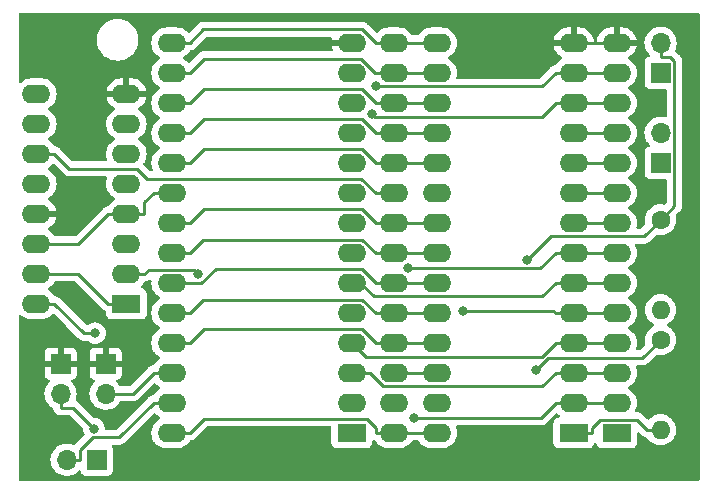
<source format=gtl>
G04 #@! TF.GenerationSoftware,KiCad,Pcbnew,(6.0.5)*
G04 #@! TF.CreationDate,2024-04-06T13:45:57+02:00*
G04 #@! TF.ProjectId,1541-RAMBoard2-FirstBank,31353431-2d52-4414-9d42-6f617264322d,rev?*
G04 #@! TF.SameCoordinates,Original*
G04 #@! TF.FileFunction,Copper,L1,Top*
G04 #@! TF.FilePolarity,Positive*
%FSLAX46Y46*%
G04 Gerber Fmt 4.6, Leading zero omitted, Abs format (unit mm)*
G04 Created by KiCad (PCBNEW (6.0.5)) date 2024-04-06 13:45:57*
%MOMM*%
%LPD*%
G01*
G04 APERTURE LIST*
G04 #@! TA.AperFunction,ComponentPad*
%ADD10C,1.600000*%
G04 #@! TD*
G04 #@! TA.AperFunction,ComponentPad*
%ADD11O,1.600000X1.600000*%
G04 #@! TD*
G04 #@! TA.AperFunction,ComponentPad*
%ADD12O,1.700000X1.700000*%
G04 #@! TD*
G04 #@! TA.AperFunction,ComponentPad*
%ADD13R,1.700000X1.700000*%
G04 #@! TD*
G04 #@! TA.AperFunction,ComponentPad*
%ADD14O,2.400000X1.600000*%
G04 #@! TD*
G04 #@! TA.AperFunction,ComponentPad*
%ADD15R,2.400000X1.600000*%
G04 #@! TD*
G04 #@! TA.AperFunction,ViaPad*
%ADD16C,0.800000*%
G04 #@! TD*
G04 #@! TA.AperFunction,Conductor*
%ADD17C,0.250000*%
G04 #@! TD*
G04 APERTURE END LIST*
D10*
X163830000Y-103632000D03*
D11*
X163830000Y-111252000D03*
D10*
X163830000Y-113792000D03*
D11*
X163830000Y-121412000D03*
D12*
X113030000Y-118359000D03*
D13*
X113030000Y-115819000D03*
D12*
X116840000Y-118359000D03*
D13*
X116840000Y-115819000D03*
D14*
X141229000Y-121681000D03*
X141229000Y-119141000D03*
X141229000Y-116601000D03*
X141229000Y-114061000D03*
X141229000Y-111521000D03*
X141229000Y-108981000D03*
X141229000Y-106441000D03*
X141229000Y-103901000D03*
X141229000Y-101361000D03*
X141229000Y-98821000D03*
X141229000Y-96281000D03*
X141229000Y-93741000D03*
X141229000Y-91201000D03*
X141229000Y-88661000D03*
X156469000Y-88661000D03*
X156469000Y-91201000D03*
X156469000Y-93741000D03*
X156469000Y-96281000D03*
X156469000Y-98821000D03*
X156469000Y-101361000D03*
X156469000Y-103901000D03*
X156469000Y-106441000D03*
X156469000Y-108981000D03*
X156469000Y-111521000D03*
X156469000Y-114061000D03*
X156469000Y-116601000D03*
X156469000Y-119141000D03*
D15*
X156469000Y-121681000D03*
X160121000Y-121681000D03*
D14*
X160121000Y-119141000D03*
X160121000Y-116601000D03*
X160121000Y-114061000D03*
X160121000Y-111521000D03*
X160121000Y-108981000D03*
X160121000Y-106441000D03*
X160121000Y-103901000D03*
X160121000Y-101361000D03*
X160121000Y-98821000D03*
X160121000Y-96281000D03*
X160121000Y-93741000D03*
X160121000Y-91201000D03*
X160121000Y-88661000D03*
X144881000Y-88661000D03*
X144881000Y-91201000D03*
X144881000Y-93741000D03*
X144881000Y-96281000D03*
X144881000Y-98821000D03*
X144881000Y-101361000D03*
X144881000Y-103901000D03*
X144881000Y-106441000D03*
X144881000Y-108981000D03*
X144881000Y-111521000D03*
X144881000Y-114061000D03*
X144881000Y-116601000D03*
X144881000Y-119141000D03*
X144881000Y-121681000D03*
D12*
X163830000Y-88646000D03*
D13*
X163830000Y-91186000D03*
D15*
X118608000Y-110754000D03*
D14*
X118608000Y-108214000D03*
X118608000Y-105674000D03*
X118608000Y-103134000D03*
X118608000Y-100594000D03*
X118608000Y-98054000D03*
X118608000Y-95514000D03*
X118608000Y-92974000D03*
X110988000Y-92974000D03*
X110988000Y-95514000D03*
X110988000Y-98054000D03*
X110988000Y-100594000D03*
X110988000Y-103134000D03*
X110988000Y-105674000D03*
X110988000Y-108214000D03*
X110988000Y-110754000D03*
D12*
X163830000Y-96271000D03*
D13*
X163830000Y-98811000D03*
D15*
X137673000Y-121681000D03*
D14*
X137673000Y-119141000D03*
X137673000Y-116601000D03*
X137673000Y-114061000D03*
X137673000Y-111521000D03*
X137673000Y-108981000D03*
X137673000Y-106441000D03*
X137673000Y-103901000D03*
X137673000Y-101361000D03*
X137673000Y-98821000D03*
X137673000Y-96281000D03*
X137673000Y-93741000D03*
X137673000Y-91201000D03*
X137673000Y-88661000D03*
X122433000Y-88661000D03*
X122433000Y-91201000D03*
X122433000Y-93741000D03*
X122433000Y-96281000D03*
X122433000Y-98821000D03*
X122433000Y-101361000D03*
X122433000Y-103901000D03*
X122433000Y-106441000D03*
X122433000Y-108981000D03*
X122433000Y-111521000D03*
X122433000Y-114061000D03*
X122433000Y-116601000D03*
X122433000Y-119141000D03*
X122433000Y-121681000D03*
D13*
X116078000Y-123952000D03*
D12*
X113538000Y-123952000D03*
D16*
X152506400Y-107032400D03*
X115854300Y-121306300D03*
X124687400Y-108226600D03*
X139699500Y-92346100D03*
X139357300Y-94660300D03*
X142407600Y-107759300D03*
X147098500Y-111338200D03*
X142937900Y-120411000D03*
X115953600Y-113227900D03*
X153297000Y-116359100D03*
D17*
X154510900Y-105027900D02*
X152506400Y-107032400D01*
X162434100Y-105027900D02*
X154510900Y-105027900D01*
X163830000Y-103632000D02*
X162434100Y-105027900D01*
X165006900Y-102455100D02*
X163830000Y-103632000D01*
X165006900Y-90190600D02*
X165006900Y-102455100D01*
X164639200Y-89822900D02*
X165006900Y-90190600D01*
X163830000Y-89822900D02*
X164639200Y-89822900D01*
X163830000Y-88646000D02*
X163830000Y-89822900D01*
X157995900Y-121258300D02*
X157995900Y-121681000D01*
X158700100Y-120554100D02*
X157995900Y-121258300D01*
X161845200Y-120554100D02*
X158700100Y-120554100D01*
X162703100Y-121412000D02*
X161845200Y-120554100D01*
X163830000Y-121412000D02*
X162703100Y-121412000D01*
X156469000Y-121681000D02*
X157995900Y-121681000D01*
X114083900Y-119535900D02*
X113030000Y-119535900D01*
X115854300Y-121306300D02*
X114083900Y-119535900D01*
X113030000Y-118359000D02*
X113030000Y-119535900D01*
X119148100Y-118359000D02*
X116840000Y-118359000D01*
X120906100Y-116601000D02*
X119148100Y-118359000D01*
X122433000Y-116601000D02*
X120906100Y-116601000D01*
X120134900Y-102132200D02*
X120134900Y-103134000D01*
X120906100Y-101361000D02*
X120134900Y-102132200D01*
X122433000Y-101361000D02*
X120906100Y-101361000D01*
X118608000Y-103134000D02*
X120134900Y-103134000D01*
X114541100Y-105674000D02*
X117081100Y-103134000D01*
X110988000Y-105674000D02*
X114541100Y-105674000D01*
X118608000Y-103134000D02*
X117081100Y-103134000D01*
X144881000Y-116601000D02*
X141229000Y-116601000D01*
X124314900Y-107854100D02*
X124687400Y-108226600D01*
X120494800Y-107854100D02*
X124314900Y-107854100D01*
X120134900Y-108214000D02*
X120494800Y-107854100D01*
X118608000Y-108214000D02*
X120134900Y-108214000D01*
X144881000Y-114061000D02*
X141229000Y-114061000D01*
X125150400Y-112870500D02*
X123959900Y-114061000D01*
X138511600Y-112870500D02*
X125150400Y-112870500D01*
X139702100Y-114061000D02*
X138511600Y-112870500D01*
X141229000Y-114061000D02*
X139702100Y-114061000D01*
X122433000Y-114061000D02*
X123959900Y-114061000D01*
X144881000Y-111521000D02*
X141229000Y-111521000D01*
X138569800Y-110388700D02*
X139702100Y-111521000D01*
X125092200Y-110388700D02*
X138569800Y-110388700D01*
X123959900Y-111521000D02*
X125092200Y-110388700D01*
X122433000Y-111521000D02*
X123959900Y-111521000D01*
X141229000Y-111521000D02*
X139702100Y-111521000D01*
X122433000Y-108981000D02*
X123959900Y-108981000D01*
X144881000Y-108981000D02*
X141229000Y-108981000D01*
X141229000Y-108981000D02*
X139702100Y-108981000D01*
X138511700Y-107790600D02*
X139702100Y-108981000D01*
X126151400Y-107790600D02*
X138511700Y-107790600D01*
X124961000Y-108981000D02*
X126151400Y-107790600D01*
X123959900Y-108981000D02*
X124961000Y-108981000D01*
X144881000Y-106441000D02*
X141229000Y-106441000D01*
X114541100Y-108214000D02*
X110988000Y-108214000D01*
X117081100Y-110754000D02*
X114541100Y-108214000D01*
X118608000Y-110754000D02*
X117081100Y-110754000D01*
X138569100Y-105308000D02*
X139702100Y-106441000D01*
X125092900Y-105308000D02*
X138569100Y-105308000D01*
X123959900Y-106441000D02*
X125092900Y-105308000D01*
X122433000Y-106441000D02*
X123959900Y-106441000D01*
X141229000Y-106441000D02*
X139702100Y-106441000D01*
X138511600Y-102710500D02*
X139702100Y-103901000D01*
X125150400Y-102710500D02*
X138511600Y-102710500D01*
X123959900Y-103901000D02*
X125150400Y-102710500D01*
X122433000Y-103901000D02*
X123959900Y-103901000D01*
X141229000Y-103901000D02*
X139702100Y-103901000D01*
X144881000Y-103901000D02*
X141229000Y-103901000D01*
X138486600Y-100145500D02*
X139702100Y-101361000D01*
X120332500Y-100145500D02*
X138486600Y-100145500D01*
X119510900Y-99323900D02*
X120332500Y-100145500D01*
X113784800Y-99323900D02*
X119510900Y-99323900D01*
X112514900Y-98054000D02*
X113784800Y-99323900D01*
X110988000Y-98054000D02*
X112514900Y-98054000D01*
X141229000Y-101361000D02*
X139702100Y-101361000D01*
X138511600Y-97630500D02*
X139702100Y-98821000D01*
X125150400Y-97630500D02*
X138511600Y-97630500D01*
X123959900Y-98821000D02*
X125150400Y-97630500D01*
X122433000Y-98821000D02*
X123959900Y-98821000D01*
X141229000Y-98821000D02*
X139702100Y-98821000D01*
X144881000Y-98821000D02*
X141229000Y-98821000D01*
X144881000Y-96281000D02*
X141229000Y-96281000D01*
X125150400Y-95090500D02*
X123959900Y-96281000D01*
X138511600Y-95090500D02*
X125150400Y-95090500D01*
X139702100Y-96281000D02*
X138511600Y-95090500D01*
X141229000Y-96281000D02*
X139702100Y-96281000D01*
X122433000Y-96281000D02*
X123959900Y-96281000D01*
X138511600Y-92550500D02*
X139702100Y-93741000D01*
X125150400Y-92550500D02*
X138511600Y-92550500D01*
X123959900Y-93741000D02*
X125150400Y-92550500D01*
X122433000Y-93741000D02*
X123959900Y-93741000D01*
X141229000Y-93741000D02*
X139702100Y-93741000D01*
X144881000Y-93741000D02*
X141229000Y-93741000D01*
X122433000Y-91201000D02*
X123959900Y-91201000D01*
X141229000Y-91201000D02*
X139702100Y-91201000D01*
X139674500Y-91201000D02*
X139702100Y-91201000D01*
X138484000Y-90010500D02*
X139674500Y-91201000D01*
X125150400Y-90010500D02*
X138484000Y-90010500D01*
X123959900Y-91201000D02*
X125150400Y-90010500D01*
X144881000Y-91201000D02*
X141229000Y-91201000D01*
X138559000Y-87517900D02*
X139702100Y-88661000D01*
X125103000Y-87517900D02*
X138559000Y-87517900D01*
X123959900Y-88661000D02*
X125103000Y-87517900D01*
X122433000Y-88661000D02*
X123959900Y-88661000D01*
X141229000Y-88661000D02*
X139702100Y-88661000D01*
X144881000Y-88661000D02*
X141229000Y-88661000D01*
X153797000Y-92346100D02*
X154942100Y-91201000D01*
X139699500Y-92346100D02*
X153797000Y-92346100D01*
X156469000Y-91201000D02*
X154942100Y-91201000D01*
X160121000Y-91201000D02*
X156469000Y-91201000D01*
X160121000Y-93741000D02*
X156469000Y-93741000D01*
X153759900Y-94923200D02*
X154942100Y-93741000D01*
X139620200Y-94923200D02*
X153759900Y-94923200D01*
X139357300Y-94660300D02*
X139620200Y-94923200D01*
X156469000Y-93741000D02*
X154942100Y-93741000D01*
X160121000Y-96281000D02*
X156469000Y-96281000D01*
X160121000Y-98821000D02*
X156469000Y-98821000D01*
X156469000Y-101361000D02*
X160121000Y-101361000D01*
X160121000Y-103901000D02*
X156469000Y-103901000D01*
X156469000Y-106441000D02*
X160121000Y-106441000D01*
X156469000Y-106441000D02*
X154942100Y-106441000D01*
X153623800Y-107759300D02*
X142407600Y-107759300D01*
X154942100Y-106441000D02*
X153623800Y-107759300D01*
X160121000Y-108981000D02*
X156469000Y-108981000D01*
X156469000Y-108981000D02*
X154942100Y-108981000D01*
X138420100Y-108981000D02*
X137673000Y-108981000D01*
X139554600Y-110115500D02*
X138420100Y-108981000D01*
X153807600Y-110115500D02*
X139554600Y-110115500D01*
X154942100Y-108981000D02*
X153807600Y-110115500D01*
X160121000Y-111521000D02*
X156469000Y-111521000D01*
X154759300Y-111338200D02*
X154942100Y-111521000D01*
X147098500Y-111338200D02*
X154759300Y-111338200D01*
X156469000Y-111521000D02*
X154942100Y-111521000D01*
X153751600Y-115251500D02*
X154942100Y-114061000D01*
X138863500Y-115251500D02*
X153751600Y-115251500D01*
X137673000Y-114061000D02*
X138863500Y-115251500D01*
X156469000Y-114061000D02*
X154942100Y-114061000D01*
X160121000Y-114061000D02*
X156469000Y-114061000D01*
X160121000Y-116601000D02*
X156469000Y-116601000D01*
X153812800Y-117730300D02*
X154942100Y-116601000D01*
X140329200Y-117730300D02*
X153812800Y-117730300D01*
X139199900Y-116601000D02*
X140329200Y-117730300D01*
X137673000Y-116601000D02*
X139199900Y-116601000D01*
X156469000Y-116601000D02*
X154942100Y-116601000D01*
X156469000Y-119141000D02*
X160121000Y-119141000D01*
X153672100Y-120411000D02*
X154942100Y-119141000D01*
X142937900Y-120411000D02*
X153672100Y-120411000D01*
X156469000Y-119141000D02*
X154942100Y-119141000D01*
X160121000Y-88661000D02*
X156469000Y-88661000D01*
X116840000Y-115819000D02*
X113030000Y-115819000D01*
X139702100Y-121246800D02*
X139702100Y-121681000D01*
X138938700Y-120483400D02*
X139702100Y-121246800D01*
X125157500Y-120483400D02*
X138938700Y-120483400D01*
X123959900Y-121681000D02*
X125157500Y-120483400D01*
X122433000Y-121681000D02*
X123959900Y-121681000D01*
X141229000Y-121681000D02*
X139702100Y-121681000D01*
X144881000Y-121681000D02*
X141229000Y-121681000D01*
X110988000Y-110754000D02*
X112514900Y-110754000D01*
X114988800Y-113227900D02*
X115953600Y-113227900D01*
X112514900Y-110754000D02*
X114988800Y-113227900D01*
X162291000Y-115331000D02*
X163830000Y-113792000D01*
X154325100Y-115331000D02*
X162291000Y-115331000D01*
X153297000Y-116359100D02*
X154325100Y-115331000D01*
X113538000Y-123952000D02*
X114714900Y-123952000D01*
X122433000Y-119141000D02*
X120906100Y-119141000D01*
X118013900Y-122033200D02*
X120906100Y-119141000D01*
X115776700Y-122033200D02*
X118013900Y-122033200D01*
X114714900Y-123095000D02*
X115776700Y-122033200D01*
X114714900Y-123952000D02*
X114714900Y-123095000D01*
G04 #@! TA.AperFunction,Conductor*
G36*
X167073621Y-86126502D02*
G01*
X167120114Y-86180158D01*
X167131500Y-86232500D01*
X167131500Y-125603500D01*
X167111498Y-125671621D01*
X167057842Y-125718114D01*
X167005500Y-125729500D01*
X109600500Y-125729500D01*
X109532379Y-125709498D01*
X109485886Y-125655842D01*
X109474500Y-125603500D01*
X109474500Y-115546885D01*
X111672000Y-115546885D01*
X111676475Y-115562124D01*
X111677865Y-115563329D01*
X111685548Y-115565000D01*
X112757885Y-115565000D01*
X112773124Y-115560525D01*
X112774329Y-115559135D01*
X112776000Y-115551452D01*
X112776000Y-115546885D01*
X113284000Y-115546885D01*
X113288475Y-115562124D01*
X113289865Y-115563329D01*
X113297548Y-115565000D01*
X114369884Y-115565000D01*
X114385123Y-115560525D01*
X114386328Y-115559135D01*
X114387999Y-115551452D01*
X114387999Y-115546885D01*
X115482000Y-115546885D01*
X115486475Y-115562124D01*
X115487865Y-115563329D01*
X115495548Y-115565000D01*
X116567885Y-115565000D01*
X116583124Y-115560525D01*
X116584329Y-115559135D01*
X116586000Y-115551452D01*
X116586000Y-115546885D01*
X117094000Y-115546885D01*
X117098475Y-115562124D01*
X117099865Y-115563329D01*
X117107548Y-115565000D01*
X118179884Y-115565000D01*
X118195123Y-115560525D01*
X118196328Y-115559135D01*
X118197999Y-115551452D01*
X118197999Y-114924331D01*
X118197629Y-114917510D01*
X118192105Y-114866648D01*
X118188479Y-114851396D01*
X118143324Y-114730946D01*
X118134786Y-114715351D01*
X118058285Y-114613276D01*
X118045724Y-114600715D01*
X117943649Y-114524214D01*
X117928054Y-114515676D01*
X117807606Y-114470522D01*
X117792351Y-114466895D01*
X117741486Y-114461369D01*
X117734672Y-114461000D01*
X117112115Y-114461000D01*
X117096876Y-114465475D01*
X117095671Y-114466865D01*
X117094000Y-114474548D01*
X117094000Y-115546885D01*
X116586000Y-115546885D01*
X116586000Y-114479116D01*
X116581525Y-114463877D01*
X116580135Y-114462672D01*
X116572452Y-114461001D01*
X115945331Y-114461001D01*
X115938510Y-114461371D01*
X115887648Y-114466895D01*
X115872396Y-114470521D01*
X115751946Y-114515676D01*
X115736351Y-114524214D01*
X115634276Y-114600715D01*
X115621715Y-114613276D01*
X115545214Y-114715351D01*
X115536676Y-114730946D01*
X115491522Y-114851394D01*
X115487895Y-114866649D01*
X115482369Y-114917514D01*
X115482000Y-114924328D01*
X115482000Y-115546885D01*
X114387999Y-115546885D01*
X114387999Y-114924331D01*
X114387629Y-114917510D01*
X114382105Y-114866648D01*
X114378479Y-114851396D01*
X114333324Y-114730946D01*
X114324786Y-114715351D01*
X114248285Y-114613276D01*
X114235724Y-114600715D01*
X114133649Y-114524214D01*
X114118054Y-114515676D01*
X113997606Y-114470522D01*
X113982351Y-114466895D01*
X113931486Y-114461369D01*
X113924672Y-114461000D01*
X113302115Y-114461000D01*
X113286876Y-114465475D01*
X113285671Y-114466865D01*
X113284000Y-114474548D01*
X113284000Y-115546885D01*
X112776000Y-115546885D01*
X112776000Y-114479116D01*
X112771525Y-114463877D01*
X112770135Y-114462672D01*
X112762452Y-114461001D01*
X112135331Y-114461001D01*
X112128510Y-114461371D01*
X112077648Y-114466895D01*
X112062396Y-114470521D01*
X111941946Y-114515676D01*
X111926351Y-114524214D01*
X111824276Y-114600715D01*
X111811715Y-114613276D01*
X111735214Y-114715351D01*
X111726676Y-114730946D01*
X111681522Y-114851394D01*
X111677895Y-114866649D01*
X111672369Y-114917514D01*
X111672000Y-114924328D01*
X111672000Y-115546885D01*
X109474500Y-115546885D01*
X109474500Y-111795188D01*
X109494502Y-111727067D01*
X109548158Y-111680574D01*
X109618432Y-111670470D01*
X109683012Y-111699964D01*
X109689595Y-111706093D01*
X109743700Y-111760198D01*
X109748208Y-111763355D01*
X109748211Y-111763357D01*
X109789542Y-111792297D01*
X109931251Y-111891523D01*
X109936233Y-111893846D01*
X109936238Y-111893849D01*
X110112733Y-111976149D01*
X110138757Y-111988284D01*
X110144065Y-111989706D01*
X110144067Y-111989707D01*
X110354598Y-112046119D01*
X110354600Y-112046119D01*
X110359913Y-112047543D01*
X110453663Y-112055745D01*
X110528149Y-112062262D01*
X110528156Y-112062262D01*
X110530873Y-112062500D01*
X111445127Y-112062500D01*
X111447844Y-112062262D01*
X111447851Y-112062262D01*
X111522337Y-112055745D01*
X111616087Y-112047543D01*
X111621400Y-112046119D01*
X111621402Y-112046119D01*
X111831933Y-111989707D01*
X111831935Y-111989706D01*
X111837243Y-111988284D01*
X111863267Y-111976149D01*
X112039762Y-111893849D01*
X112039767Y-111893846D01*
X112044749Y-111891523D01*
X112186458Y-111792297D01*
X112227789Y-111763357D01*
X112227792Y-111763355D01*
X112232300Y-111760198D01*
X112339652Y-111652846D01*
X112401964Y-111618820D01*
X112472779Y-111623885D01*
X112517842Y-111652846D01*
X113517146Y-112652151D01*
X114485148Y-113620153D01*
X114492688Y-113628439D01*
X114496800Y-113634918D01*
X114502577Y-113640343D01*
X114546451Y-113681543D01*
X114549293Y-113684298D01*
X114569030Y-113704035D01*
X114572227Y-113706515D01*
X114581247Y-113714218D01*
X114613479Y-113744486D01*
X114620425Y-113748305D01*
X114620428Y-113748307D01*
X114631234Y-113754248D01*
X114647753Y-113765099D01*
X114663759Y-113777514D01*
X114671028Y-113780659D01*
X114671032Y-113780662D01*
X114704337Y-113795074D01*
X114714987Y-113800291D01*
X114753740Y-113821595D01*
X114761415Y-113823566D01*
X114761416Y-113823566D01*
X114773362Y-113826633D01*
X114792067Y-113833037D01*
X114810655Y-113841081D01*
X114818478Y-113842320D01*
X114818488Y-113842323D01*
X114854324Y-113847999D01*
X114865944Y-113850405D01*
X114901089Y-113859428D01*
X114908770Y-113861400D01*
X114929024Y-113861400D01*
X114948734Y-113862951D01*
X114968743Y-113866120D01*
X114976635Y-113865374D01*
X115012761Y-113861959D01*
X115024619Y-113861400D01*
X115245400Y-113861400D01*
X115313521Y-113881402D01*
X115332747Y-113897743D01*
X115333020Y-113897440D01*
X115337932Y-113901863D01*
X115342347Y-113906766D01*
X115363929Y-113922446D01*
X115490780Y-114014609D01*
X115496848Y-114019018D01*
X115502876Y-114021702D01*
X115502878Y-114021703D01*
X115641765Y-114083539D01*
X115671312Y-114096694D01*
X115764712Y-114116547D01*
X115851656Y-114135028D01*
X115851661Y-114135028D01*
X115858113Y-114136400D01*
X116049087Y-114136400D01*
X116055539Y-114135028D01*
X116055544Y-114135028D01*
X116142488Y-114116547D01*
X116235888Y-114096694D01*
X116265435Y-114083539D01*
X116404322Y-114021703D01*
X116404324Y-114021702D01*
X116410352Y-114019018D01*
X116416421Y-114014609D01*
X116465757Y-113978764D01*
X116564853Y-113906766D01*
X116601451Y-113866120D01*
X116688221Y-113769752D01*
X116688222Y-113769751D01*
X116692640Y-113764844D01*
X116781025Y-113611757D01*
X116784823Y-113605179D01*
X116784824Y-113605178D01*
X116788127Y-113599456D01*
X116847142Y-113417828D01*
X116851501Y-113376360D01*
X116866414Y-113234465D01*
X116867104Y-113227900D01*
X116860194Y-113162154D01*
X116847832Y-113044535D01*
X116847832Y-113044533D01*
X116847142Y-113037972D01*
X116788127Y-112856344D01*
X116692640Y-112690956D01*
X116679899Y-112676805D01*
X116569275Y-112553945D01*
X116569274Y-112553944D01*
X116564853Y-112549034D01*
X116432048Y-112452545D01*
X116415694Y-112440663D01*
X116415693Y-112440662D01*
X116410352Y-112436782D01*
X116404324Y-112434098D01*
X116404322Y-112434097D01*
X116241919Y-112361791D01*
X116241918Y-112361791D01*
X116235888Y-112359106D01*
X116131545Y-112336927D01*
X116055544Y-112320772D01*
X116055539Y-112320772D01*
X116049087Y-112319400D01*
X115858113Y-112319400D01*
X115851661Y-112320772D01*
X115851656Y-112320772D01*
X115775655Y-112336927D01*
X115671312Y-112359106D01*
X115665282Y-112361791D01*
X115665281Y-112361791D01*
X115502878Y-112434097D01*
X115502876Y-112434098D01*
X115496848Y-112436782D01*
X115491507Y-112440662D01*
X115491506Y-112440663D01*
X115350343Y-112543224D01*
X115283475Y-112567083D01*
X115214324Y-112551002D01*
X115187187Y-112530383D01*
X114131412Y-111474607D01*
X113018552Y-110361747D01*
X113011012Y-110353461D01*
X113006900Y-110346982D01*
X112957248Y-110300356D01*
X112954407Y-110297602D01*
X112934670Y-110277865D01*
X112931473Y-110275385D01*
X112922451Y-110267680D01*
X112890221Y-110237414D01*
X112883275Y-110233595D01*
X112883272Y-110233593D01*
X112872466Y-110227652D01*
X112855947Y-110216801D01*
X112853991Y-110215284D01*
X112839941Y-110204386D01*
X112832672Y-110201241D01*
X112832668Y-110201238D01*
X112799363Y-110186826D01*
X112788713Y-110181609D01*
X112749960Y-110160305D01*
X112730337Y-110155267D01*
X112711634Y-110148863D01*
X112700320Y-110143967D01*
X112700319Y-110143967D01*
X112693045Y-110140819D01*
X112685222Y-110139580D01*
X112685212Y-110139577D01*
X112649376Y-110133901D01*
X112637756Y-110131495D01*
X112602611Y-110122472D01*
X112602610Y-110122472D01*
X112594930Y-110120500D01*
X112591129Y-110120500D01*
X112527735Y-110092852D01*
X112505390Y-110068498D01*
X112397357Y-109914211D01*
X112397355Y-109914208D01*
X112394198Y-109909700D01*
X112232300Y-109747802D01*
X112227792Y-109744645D01*
X112227789Y-109744643D01*
X112091195Y-109648999D01*
X112044749Y-109616477D01*
X112039767Y-109614154D01*
X112039762Y-109614151D01*
X112005543Y-109598195D01*
X111952258Y-109551278D01*
X111932797Y-109483001D01*
X111953339Y-109415041D01*
X112005543Y-109369805D01*
X112039762Y-109353849D01*
X112039767Y-109353846D01*
X112044749Y-109351523D01*
X112213289Y-109233510D01*
X112227789Y-109223357D01*
X112227792Y-109223355D01*
X112232300Y-109220198D01*
X112394198Y-109058300D01*
X112444491Y-108986475D01*
X112504181Y-108901229D01*
X112559638Y-108856901D01*
X112607394Y-108847500D01*
X114226506Y-108847500D01*
X114294627Y-108867502D01*
X114315601Y-108884405D01*
X116577443Y-111146247D01*
X116584987Y-111154537D01*
X116589100Y-111161018D01*
X116594877Y-111166443D01*
X116638767Y-111207658D01*
X116641609Y-111210413D01*
X116661330Y-111230134D01*
X116664525Y-111232612D01*
X116673547Y-111240318D01*
X116705779Y-111270586D01*
X116712728Y-111274406D01*
X116723532Y-111280346D01*
X116740056Y-111291199D01*
X116756059Y-111303613D01*
X116796643Y-111321176D01*
X116807273Y-111326383D01*
X116834202Y-111341187D01*
X116884259Y-111391531D01*
X116899500Y-111451601D01*
X116899500Y-111602134D01*
X116906255Y-111664316D01*
X116957385Y-111800705D01*
X117044739Y-111917261D01*
X117161295Y-112004615D01*
X117297684Y-112055745D01*
X117359866Y-112062500D01*
X119856134Y-112062500D01*
X119918316Y-112055745D01*
X120054705Y-112004615D01*
X120171261Y-111917261D01*
X120258615Y-111800705D01*
X120309745Y-111664316D01*
X120316500Y-111602134D01*
X120316500Y-109905866D01*
X120309745Y-109843684D01*
X120258615Y-109707295D01*
X120171261Y-109590739D01*
X120054705Y-109503385D01*
X119918316Y-109452255D01*
X119907526Y-109451083D01*
X119905394Y-109450197D01*
X119902778Y-109449575D01*
X119902879Y-109449152D01*
X119841965Y-109423845D01*
X119801537Y-109365483D01*
X119799078Y-109294529D01*
X119835371Y-109233510D01*
X119844031Y-109226511D01*
X119847793Y-109223354D01*
X119852300Y-109220198D01*
X120014198Y-109058300D01*
X120125994Y-108898639D01*
X120181450Y-108854312D01*
X120219056Y-108846293D01*
X120219035Y-108846163D01*
X120221490Y-108845774D01*
X120225247Y-108844973D01*
X120226870Y-108844922D01*
X120234789Y-108844673D01*
X120254243Y-108839021D01*
X120273600Y-108835013D01*
X120285830Y-108833468D01*
X120285831Y-108833468D01*
X120293697Y-108832474D01*
X120301068Y-108829555D01*
X120301070Y-108829555D01*
X120334812Y-108816196D01*
X120346042Y-108812351D01*
X120380883Y-108802229D01*
X120380884Y-108802229D01*
X120388493Y-108800018D01*
X120395312Y-108795985D01*
X120395317Y-108795983D01*
X120405928Y-108789707D01*
X120423676Y-108781012D01*
X120442517Y-108773552D01*
X120478287Y-108747564D01*
X120488207Y-108741048D01*
X120519441Y-108722576D01*
X120526262Y-108718542D01*
X120530964Y-108713840D01*
X120596518Y-108688097D01*
X120666141Y-108701994D01*
X120717198Y-108751326D01*
X120733186Y-108824584D01*
X120726481Y-108901229D01*
X120719502Y-108981000D01*
X120739457Y-109209087D01*
X120740881Y-109214400D01*
X120740881Y-109214402D01*
X120797002Y-109423845D01*
X120798716Y-109430243D01*
X120801039Y-109435224D01*
X120801039Y-109435225D01*
X120893151Y-109632762D01*
X120893154Y-109632767D01*
X120895477Y-109637749D01*
X120930774Y-109688158D01*
X121010965Y-109802682D01*
X121026802Y-109825300D01*
X121188700Y-109987198D01*
X121193208Y-109990355D01*
X121193211Y-109990357D01*
X121271389Y-110045098D01*
X121376251Y-110118523D01*
X121381233Y-110120846D01*
X121381238Y-110120849D01*
X121415457Y-110136805D01*
X121468742Y-110183722D01*
X121488203Y-110251999D01*
X121467661Y-110319959D01*
X121415457Y-110365195D01*
X121381238Y-110381151D01*
X121381233Y-110381154D01*
X121376251Y-110383477D01*
X121335215Y-110412211D01*
X121193211Y-110511643D01*
X121193208Y-110511645D01*
X121188700Y-110514802D01*
X121026802Y-110676700D01*
X121023645Y-110681208D01*
X121023643Y-110681211D01*
X120984579Y-110737001D01*
X120895477Y-110864251D01*
X120893154Y-110869233D01*
X120893151Y-110869238D01*
X120804616Y-111059104D01*
X120798716Y-111071757D01*
X120797294Y-111077065D01*
X120797293Y-111077067D01*
X120744416Y-111274406D01*
X120739457Y-111292913D01*
X120719502Y-111521000D01*
X120739457Y-111749087D01*
X120740881Y-111754400D01*
X120740881Y-111754402D01*
X120792710Y-111947827D01*
X120798716Y-111970243D01*
X120801039Y-111975224D01*
X120801039Y-111975225D01*
X120893151Y-112172762D01*
X120893154Y-112172767D01*
X120895477Y-112177749D01*
X120949530Y-112254944D01*
X121011498Y-112343443D01*
X121026802Y-112365300D01*
X121188700Y-112527198D01*
X121193208Y-112530355D01*
X121193211Y-112530357D01*
X121271389Y-112585098D01*
X121376251Y-112658523D01*
X121381233Y-112660846D01*
X121381238Y-112660849D01*
X121415457Y-112676805D01*
X121468742Y-112723722D01*
X121488203Y-112791999D01*
X121467661Y-112859959D01*
X121415457Y-112905195D01*
X121381238Y-112921151D01*
X121381233Y-112921154D01*
X121376251Y-112923477D01*
X121335215Y-112952211D01*
X121193211Y-113051643D01*
X121193208Y-113051645D01*
X121188700Y-113054802D01*
X121026802Y-113216700D01*
X121023645Y-113221208D01*
X121023643Y-113221211D01*
X120998345Y-113257340D01*
X120895477Y-113404251D01*
X120893154Y-113409233D01*
X120893151Y-113409238D01*
X120808456Y-113590870D01*
X120798716Y-113611757D01*
X120797294Y-113617065D01*
X120797293Y-113617067D01*
X120741140Y-113826633D01*
X120739457Y-113832913D01*
X120719502Y-114061000D01*
X120739457Y-114289087D01*
X120740880Y-114294399D01*
X120740881Y-114294402D01*
X120793934Y-114492395D01*
X120798716Y-114510243D01*
X120801039Y-114515224D01*
X120801039Y-114515225D01*
X120893151Y-114712762D01*
X120893154Y-114712767D01*
X120895477Y-114717749D01*
X120951808Y-114798198D01*
X120999738Y-114866648D01*
X121026802Y-114905300D01*
X121188700Y-115067198D01*
X121193208Y-115070355D01*
X121193211Y-115070357D01*
X121214899Y-115085543D01*
X121376251Y-115198523D01*
X121381233Y-115200846D01*
X121381238Y-115200849D01*
X121415457Y-115216805D01*
X121468742Y-115263722D01*
X121488203Y-115331999D01*
X121467661Y-115399959D01*
X121415457Y-115445195D01*
X121381238Y-115461151D01*
X121381233Y-115461154D01*
X121376251Y-115463477D01*
X121271389Y-115536902D01*
X121193211Y-115591643D01*
X121193208Y-115591645D01*
X121188700Y-115594802D01*
X121026802Y-115756700D01*
X121023645Y-115761208D01*
X121023643Y-115761211D01*
X120915006Y-115916360D01*
X120859549Y-115960688D01*
X120821944Y-115968707D01*
X120821965Y-115968838D01*
X120819492Y-115969230D01*
X120815753Y-115970027D01*
X120814763Y-115970058D01*
X120806210Y-115970327D01*
X120788844Y-115975372D01*
X120786758Y-115975978D01*
X120767406Y-115979986D01*
X120755168Y-115981532D01*
X120755166Y-115981533D01*
X120747303Y-115982526D01*
X120706186Y-115998806D01*
X120694985Y-116002641D01*
X120652506Y-116014982D01*
X120645687Y-116019015D01*
X120645682Y-116019017D01*
X120635071Y-116025293D01*
X120617321Y-116033990D01*
X120598483Y-116041448D01*
X120592067Y-116046109D01*
X120592066Y-116046110D01*
X120562725Y-116067428D01*
X120552801Y-116073947D01*
X120521560Y-116092422D01*
X120521555Y-116092426D01*
X120514737Y-116096458D01*
X120500413Y-116110782D01*
X120485381Y-116123621D01*
X120468993Y-116135528D01*
X120446354Y-116162894D01*
X120440812Y-116169593D01*
X120432822Y-116178373D01*
X118922600Y-117688595D01*
X118860288Y-117722621D01*
X118833505Y-117725500D01*
X118116805Y-117725500D01*
X118048684Y-117705498D01*
X118011013Y-117667940D01*
X117922822Y-117531617D01*
X117922820Y-117531614D01*
X117920014Y-117527277D01*
X117916540Y-117523459D01*
X117916533Y-117523450D01*
X117772435Y-117365088D01*
X117741383Y-117301242D01*
X117749779Y-117230744D01*
X117794956Y-117175976D01*
X117821400Y-117162307D01*
X117928052Y-117122325D01*
X117943649Y-117113786D01*
X118045724Y-117037285D01*
X118058285Y-117024724D01*
X118134786Y-116922649D01*
X118143324Y-116907054D01*
X118188478Y-116786606D01*
X118192105Y-116771351D01*
X118197631Y-116720486D01*
X118198000Y-116713672D01*
X118198000Y-116091115D01*
X118193525Y-116075876D01*
X118192135Y-116074671D01*
X118184452Y-116073000D01*
X115500116Y-116073000D01*
X115484877Y-116077475D01*
X115483672Y-116078865D01*
X115482001Y-116086548D01*
X115482001Y-116713669D01*
X115482371Y-116720490D01*
X115487895Y-116771352D01*
X115491521Y-116786604D01*
X115536676Y-116907054D01*
X115545214Y-116922649D01*
X115621715Y-117024724D01*
X115634276Y-117037285D01*
X115736351Y-117113786D01*
X115751946Y-117122324D01*
X115860827Y-117163142D01*
X115917591Y-117205784D01*
X115942291Y-117272345D01*
X115927083Y-117341694D01*
X115907691Y-117368175D01*
X115809539Y-117470885D01*
X115780629Y-117501138D01*
X115654743Y-117685680D01*
X115639003Y-117719590D01*
X115568721Y-117871000D01*
X115560688Y-117888305D01*
X115500989Y-118103570D01*
X115477251Y-118325695D01*
X115477548Y-118330848D01*
X115477548Y-118330851D01*
X115488543Y-118521532D01*
X115490110Y-118548715D01*
X115491247Y-118553761D01*
X115491248Y-118553767D01*
X115504130Y-118610925D01*
X115539222Y-118766639D01*
X115596459Y-118907598D01*
X115620323Y-118966367D01*
X115623266Y-118973616D01*
X115638638Y-118998701D01*
X115725839Y-119141000D01*
X115739987Y-119164088D01*
X115886250Y-119332938D01*
X116058126Y-119475632D01*
X116251000Y-119588338D01*
X116255825Y-119590180D01*
X116255826Y-119590181D01*
X116276949Y-119598247D01*
X116459692Y-119668030D01*
X116464760Y-119669061D01*
X116464763Y-119669062D01*
X116552121Y-119686835D01*
X116678597Y-119712567D01*
X116683772Y-119712757D01*
X116683774Y-119712757D01*
X116896673Y-119720564D01*
X116896677Y-119720564D01*
X116901837Y-119720753D01*
X116906957Y-119720097D01*
X116906959Y-119720097D01*
X117118288Y-119693025D01*
X117118289Y-119693025D01*
X117123416Y-119692368D01*
X117128366Y-119690883D01*
X117332429Y-119629661D01*
X117332434Y-119629659D01*
X117337384Y-119628174D01*
X117537994Y-119529896D01*
X117719860Y-119400173D01*
X117878096Y-119242489D01*
X117937594Y-119159689D01*
X118005435Y-119065277D01*
X118008453Y-119061077D01*
X118010746Y-119056437D01*
X118012446Y-119053608D01*
X118064674Y-119005518D01*
X118120451Y-118992500D01*
X119069333Y-118992500D01*
X119080516Y-118993027D01*
X119088009Y-118994702D01*
X119095935Y-118994453D01*
X119095936Y-118994453D01*
X119156086Y-118992562D01*
X119160045Y-118992500D01*
X119187956Y-118992500D01*
X119191891Y-118992003D01*
X119191956Y-118991995D01*
X119203793Y-118991062D01*
X119236051Y-118990048D01*
X119240070Y-118989922D01*
X119247989Y-118989673D01*
X119267443Y-118984021D01*
X119286800Y-118980013D01*
X119299030Y-118978468D01*
X119299031Y-118978468D01*
X119306897Y-118977474D01*
X119314268Y-118974555D01*
X119314270Y-118974555D01*
X119348012Y-118961196D01*
X119359242Y-118957351D01*
X119394083Y-118947229D01*
X119394084Y-118947229D01*
X119401693Y-118945018D01*
X119408512Y-118940985D01*
X119408517Y-118940983D01*
X119419128Y-118934707D01*
X119436876Y-118926012D01*
X119455717Y-118918552D01*
X119491487Y-118892564D01*
X119501407Y-118886048D01*
X119532635Y-118867580D01*
X119532638Y-118867578D01*
X119539462Y-118863542D01*
X119553783Y-118849221D01*
X119568817Y-118836380D01*
X119578794Y-118829131D01*
X119585207Y-118824472D01*
X119613398Y-118790395D01*
X119621388Y-118781616D01*
X120903158Y-117499846D01*
X120965470Y-117465820D01*
X121036285Y-117470885D01*
X121081348Y-117499846D01*
X121188700Y-117607198D01*
X121193208Y-117610355D01*
X121193211Y-117610357D01*
X121271389Y-117665098D01*
X121376251Y-117738523D01*
X121381233Y-117740846D01*
X121381238Y-117740849D01*
X121415457Y-117756805D01*
X121468742Y-117803722D01*
X121488203Y-117871999D01*
X121467661Y-117939959D01*
X121415457Y-117985195D01*
X121381238Y-118001151D01*
X121381233Y-118001154D01*
X121376251Y-118003477D01*
X121271389Y-118076902D01*
X121193211Y-118131643D01*
X121193208Y-118131645D01*
X121188700Y-118134802D01*
X121026802Y-118296700D01*
X121023645Y-118301208D01*
X121023643Y-118301211D01*
X120915006Y-118456360D01*
X120859549Y-118500688D01*
X120821944Y-118508707D01*
X120821965Y-118508838D01*
X120819492Y-118509230D01*
X120815753Y-118510027D01*
X120814763Y-118510058D01*
X120806210Y-118510327D01*
X120788844Y-118515372D01*
X120786758Y-118515978D01*
X120767406Y-118519986D01*
X120755168Y-118521532D01*
X120755166Y-118521533D01*
X120747303Y-118522526D01*
X120706186Y-118538806D01*
X120694985Y-118542641D01*
X120652506Y-118554982D01*
X120645687Y-118559015D01*
X120645682Y-118559017D01*
X120635071Y-118565293D01*
X120617321Y-118573990D01*
X120598483Y-118581448D01*
X120592067Y-118586109D01*
X120592066Y-118586110D01*
X120562725Y-118607428D01*
X120552801Y-118613947D01*
X120521560Y-118632422D01*
X120521556Y-118632425D01*
X120514737Y-118636458D01*
X120500413Y-118650782D01*
X120485381Y-118663621D01*
X120468993Y-118675528D01*
X120440812Y-118709593D01*
X120432822Y-118718373D01*
X117788400Y-121362795D01*
X117726088Y-121396821D01*
X117699305Y-121399700D01*
X116891072Y-121399700D01*
X116822951Y-121379698D01*
X116776458Y-121326042D01*
X116765762Y-121286871D01*
X116748532Y-121122934D01*
X116748531Y-121122931D01*
X116747842Y-121116372D01*
X116688827Y-120934744D01*
X116669473Y-120901221D01*
X116635509Y-120842395D01*
X116593340Y-120769356D01*
X116465553Y-120627434D01*
X116311052Y-120515182D01*
X116305024Y-120512498D01*
X116305022Y-120512497D01*
X116142619Y-120440191D01*
X116142618Y-120440191D01*
X116136588Y-120437506D01*
X116016588Y-120411999D01*
X115956244Y-120399172D01*
X115956239Y-120399172D01*
X115949787Y-120397800D01*
X115893894Y-120397800D01*
X115825773Y-120377798D01*
X115804799Y-120360895D01*
X115201403Y-119757498D01*
X114587552Y-119143647D01*
X114580012Y-119135361D01*
X114575900Y-119128882D01*
X114526248Y-119082256D01*
X114523407Y-119079502D01*
X114503670Y-119059765D01*
X114500473Y-119057285D01*
X114491451Y-119049580D01*
X114465000Y-119024741D01*
X114459221Y-119019314D01*
X114452275Y-119015495D01*
X114452272Y-119015493D01*
X114441466Y-119009552D01*
X114424947Y-118998701D01*
X114416555Y-118992192D01*
X114408941Y-118986286D01*
X114379905Y-118973721D01*
X114325331Y-118928311D01*
X114303970Y-118860604D01*
X114309387Y-118821455D01*
X114324588Y-118771425D01*
X114362370Y-118647069D01*
X114391529Y-118425590D01*
X114393156Y-118359000D01*
X114374852Y-118136361D01*
X114320431Y-117919702D01*
X114231354Y-117714840D01*
X114110014Y-117527277D01*
X114106540Y-117523459D01*
X114106533Y-117523450D01*
X113962435Y-117365088D01*
X113931383Y-117301242D01*
X113939779Y-117230744D01*
X113984956Y-117175976D01*
X114011400Y-117162307D01*
X114118052Y-117122325D01*
X114133649Y-117113786D01*
X114235724Y-117037285D01*
X114248285Y-117024724D01*
X114324786Y-116922649D01*
X114333324Y-116907054D01*
X114378478Y-116786606D01*
X114382105Y-116771351D01*
X114387631Y-116720486D01*
X114388000Y-116713672D01*
X114388000Y-116091115D01*
X114383525Y-116075876D01*
X114382135Y-116074671D01*
X114374452Y-116073000D01*
X111690116Y-116073000D01*
X111674877Y-116077475D01*
X111673672Y-116078865D01*
X111672001Y-116086548D01*
X111672001Y-116713669D01*
X111672371Y-116720490D01*
X111677895Y-116771352D01*
X111681521Y-116786604D01*
X111726676Y-116907054D01*
X111735214Y-116922649D01*
X111811715Y-117024724D01*
X111824276Y-117037285D01*
X111926351Y-117113786D01*
X111941946Y-117122324D01*
X112050827Y-117163142D01*
X112107591Y-117205784D01*
X112132291Y-117272345D01*
X112117083Y-117341694D01*
X112097691Y-117368175D01*
X111999539Y-117470885D01*
X111970629Y-117501138D01*
X111844743Y-117685680D01*
X111829003Y-117719590D01*
X111758721Y-117871000D01*
X111750688Y-117888305D01*
X111690989Y-118103570D01*
X111667251Y-118325695D01*
X111667548Y-118330848D01*
X111667548Y-118330851D01*
X111678543Y-118521532D01*
X111680110Y-118548715D01*
X111681247Y-118553761D01*
X111681248Y-118553767D01*
X111694130Y-118610925D01*
X111729222Y-118766639D01*
X111786459Y-118907598D01*
X111810323Y-118966367D01*
X111813266Y-118973616D01*
X111828638Y-118998701D01*
X111915839Y-119141000D01*
X111929987Y-119164088D01*
X112076250Y-119332938D01*
X112248126Y-119475632D01*
X112335848Y-119526892D01*
X112338961Y-119528711D01*
X112387685Y-119580349D01*
X112401142Y-119629588D01*
X112402775Y-119655550D01*
X112405225Y-119663091D01*
X112405321Y-119663387D01*
X112410494Y-119686531D01*
X112410532Y-119686835D01*
X112410533Y-119686840D01*
X112411526Y-119694697D01*
X112414442Y-119702062D01*
X112414443Y-119702066D01*
X112432199Y-119746911D01*
X112434871Y-119754330D01*
X112452236Y-119807775D01*
X112456486Y-119814471D01*
X112456486Y-119814472D01*
X112456650Y-119814731D01*
X112467415Y-119835858D01*
X112467529Y-119836146D01*
X112467532Y-119836151D01*
X112470448Y-119843517D01*
X112475104Y-119849925D01*
X112475107Y-119849931D01*
X112503458Y-119888952D01*
X112507901Y-119895489D01*
X112538000Y-119942918D01*
X112543778Y-119948344D01*
X112543779Y-119948345D01*
X112544007Y-119948559D01*
X112559688Y-119966346D01*
X112564528Y-119973007D01*
X112570637Y-119978061D01*
X112570638Y-119978062D01*
X112607796Y-120008803D01*
X112613730Y-120014034D01*
X112648898Y-120047058D01*
X112648901Y-120047060D01*
X112654679Y-120052486D01*
X112661903Y-120056458D01*
X112681506Y-120069781D01*
X112681746Y-120069980D01*
X112681753Y-120069984D01*
X112687856Y-120075033D01*
X112708829Y-120084902D01*
X112738676Y-120098947D01*
X112745708Y-120102529D01*
X112794940Y-120129595D01*
X112802615Y-120131565D01*
X112802621Y-120131568D01*
X112802919Y-120131644D01*
X112825228Y-120139676D01*
X112825503Y-120139806D01*
X112825511Y-120139809D01*
X112832682Y-120143183D01*
X112887849Y-120153706D01*
X112895558Y-120155429D01*
X112929551Y-120164157D01*
X112942293Y-120167429D01*
X112942294Y-120167429D01*
X112949970Y-120169400D01*
X112958207Y-120169400D01*
X112981816Y-120171632D01*
X112982119Y-120171690D01*
X112982123Y-120171690D01*
X112989906Y-120173175D01*
X113045951Y-120169649D01*
X113053862Y-120169400D01*
X113769306Y-120169400D01*
X113837427Y-120189402D01*
X113858401Y-120206305D01*
X114907178Y-121255082D01*
X114941204Y-121317394D01*
X114943392Y-121331003D01*
X114960758Y-121496228D01*
X115019773Y-121677856D01*
X115023076Y-121683578D01*
X115023077Y-121683579D01*
X115050627Y-121731297D01*
X115067365Y-121800293D01*
X115044144Y-121867384D01*
X115030603Y-121883392D01*
X114322642Y-122591353D01*
X114314363Y-122598887D01*
X114307882Y-122603000D01*
X114267236Y-122646284D01*
X114261257Y-122652651D01*
X114258502Y-122655493D01*
X114238765Y-122675230D01*
X114238189Y-122675973D01*
X114178709Y-122713485D01*
X114107715Y-122712879D01*
X114097631Y-122709103D01*
X114096789Y-122708638D01*
X114091920Y-122706914D01*
X114091916Y-122706912D01*
X113891087Y-122635795D01*
X113891083Y-122635794D01*
X113886212Y-122634069D01*
X113881119Y-122633162D01*
X113881116Y-122633161D01*
X113671373Y-122595800D01*
X113671367Y-122595799D01*
X113666284Y-122594894D01*
X113592452Y-122593992D01*
X113448081Y-122592228D01*
X113448079Y-122592228D01*
X113442911Y-122592165D01*
X113222091Y-122625955D01*
X113009756Y-122695357D01*
X112811607Y-122798507D01*
X112807474Y-122801610D01*
X112807471Y-122801612D01*
X112659168Y-122912961D01*
X112632965Y-122932635D01*
X112478629Y-123094138D01*
X112352743Y-123278680D01*
X112258688Y-123481305D01*
X112198989Y-123696570D01*
X112175251Y-123918695D01*
X112188110Y-124141715D01*
X112189247Y-124146761D01*
X112189248Y-124146767D01*
X112213304Y-124253508D01*
X112237222Y-124359639D01*
X112321266Y-124566616D01*
X112437987Y-124757088D01*
X112584250Y-124925938D01*
X112756126Y-125068632D01*
X112949000Y-125181338D01*
X113157692Y-125261030D01*
X113162760Y-125262061D01*
X113162763Y-125262062D01*
X113270017Y-125283883D01*
X113376597Y-125305567D01*
X113381772Y-125305757D01*
X113381774Y-125305757D01*
X113594673Y-125313564D01*
X113594677Y-125313564D01*
X113599837Y-125313753D01*
X113604957Y-125313097D01*
X113604959Y-125313097D01*
X113816288Y-125286025D01*
X113816289Y-125286025D01*
X113821416Y-125285368D01*
X113826366Y-125283883D01*
X114030429Y-125222661D01*
X114030434Y-125222659D01*
X114035384Y-125221174D01*
X114235994Y-125122896D01*
X114417860Y-124993173D01*
X114526091Y-124885319D01*
X114588462Y-124851404D01*
X114659268Y-124856592D01*
X114716030Y-124899238D01*
X114733012Y-124930341D01*
X114777385Y-125048705D01*
X114864739Y-125165261D01*
X114981295Y-125252615D01*
X115117684Y-125303745D01*
X115179866Y-125310500D01*
X116976134Y-125310500D01*
X117038316Y-125303745D01*
X117174705Y-125252615D01*
X117291261Y-125165261D01*
X117378615Y-125048705D01*
X117429745Y-124912316D01*
X117436500Y-124850134D01*
X117436500Y-123053866D01*
X117429745Y-122991684D01*
X117378615Y-122855295D01*
X117375599Y-122851270D01*
X117360853Y-122783853D01*
X117385589Y-122717305D01*
X117442376Y-122674694D01*
X117486542Y-122666700D01*
X117935133Y-122666700D01*
X117946316Y-122667227D01*
X117953809Y-122668902D01*
X117961735Y-122668653D01*
X117961736Y-122668653D01*
X118021886Y-122666762D01*
X118025845Y-122666700D01*
X118053756Y-122666700D01*
X118057691Y-122666203D01*
X118057756Y-122666195D01*
X118069593Y-122665262D01*
X118101851Y-122664248D01*
X118105870Y-122664122D01*
X118113789Y-122663873D01*
X118133243Y-122658221D01*
X118152600Y-122654213D01*
X118164830Y-122652668D01*
X118164831Y-122652668D01*
X118172697Y-122651674D01*
X118180068Y-122648755D01*
X118180070Y-122648755D01*
X118213812Y-122635396D01*
X118225042Y-122631551D01*
X118259883Y-122621429D01*
X118259884Y-122621429D01*
X118267493Y-122619218D01*
X118274312Y-122615185D01*
X118274317Y-122615183D01*
X118284928Y-122608907D01*
X118302676Y-122600212D01*
X118321517Y-122592752D01*
X118339046Y-122580017D01*
X118357287Y-122566764D01*
X118367207Y-122560248D01*
X118398435Y-122541780D01*
X118398438Y-122541778D01*
X118405262Y-122537742D01*
X118419583Y-122523421D01*
X118434617Y-122510580D01*
X118444594Y-122503331D01*
X118451007Y-122498672D01*
X118479198Y-122464595D01*
X118487188Y-122455816D01*
X120903158Y-120039846D01*
X120965470Y-120005820D01*
X121036285Y-120010885D01*
X121081348Y-120039846D01*
X121188700Y-120147198D01*
X121193208Y-120150355D01*
X121193211Y-120150357D01*
X121248973Y-120189402D01*
X121376251Y-120278523D01*
X121381233Y-120280846D01*
X121381238Y-120280849D01*
X121415457Y-120296805D01*
X121468742Y-120343722D01*
X121488203Y-120411999D01*
X121467661Y-120479959D01*
X121415457Y-120525195D01*
X121381238Y-120541151D01*
X121381233Y-120541154D01*
X121376251Y-120543477D01*
X121335215Y-120572211D01*
X121193211Y-120671643D01*
X121193208Y-120671645D01*
X121188700Y-120674802D01*
X121026802Y-120836700D01*
X120895477Y-121024251D01*
X120893154Y-121029233D01*
X120893151Y-121029238D01*
X120817927Y-121190558D01*
X120798716Y-121231757D01*
X120797294Y-121237065D01*
X120797293Y-121237067D01*
X120744443Y-121434305D01*
X120739457Y-121452913D01*
X120719502Y-121681000D01*
X120739457Y-121909087D01*
X120740881Y-121914400D01*
X120740881Y-121914402D01*
X120793934Y-122112395D01*
X120798716Y-122130243D01*
X120801039Y-122135224D01*
X120801039Y-122135225D01*
X120893151Y-122332762D01*
X120893154Y-122332767D01*
X120895477Y-122337749D01*
X120951808Y-122418198D01*
X120998969Y-122485550D01*
X121026802Y-122525300D01*
X121188700Y-122687198D01*
X121193208Y-122690355D01*
X121193211Y-122690357D01*
X121242714Y-122725019D01*
X121376251Y-122818523D01*
X121381233Y-122820846D01*
X121381238Y-122820849D01*
X121578775Y-122912961D01*
X121583757Y-122915284D01*
X121589065Y-122916706D01*
X121589067Y-122916707D01*
X121799598Y-122973119D01*
X121799600Y-122973119D01*
X121804913Y-122974543D01*
X121898663Y-122982745D01*
X121973149Y-122989262D01*
X121973156Y-122989262D01*
X121975873Y-122989500D01*
X122890127Y-122989500D01*
X122892844Y-122989262D01*
X122892851Y-122989262D01*
X122967337Y-122982745D01*
X123061087Y-122974543D01*
X123066400Y-122973119D01*
X123066402Y-122973119D01*
X123276933Y-122916707D01*
X123276935Y-122916706D01*
X123282243Y-122915284D01*
X123287225Y-122912961D01*
X123484762Y-122820849D01*
X123484767Y-122820846D01*
X123489749Y-122818523D01*
X123623286Y-122725019D01*
X123672789Y-122690357D01*
X123672792Y-122690355D01*
X123677300Y-122687198D01*
X123839198Y-122525300D01*
X123867032Y-122485550D01*
X123914192Y-122418198D01*
X123950994Y-122365639D01*
X124006450Y-122321312D01*
X124044056Y-122313293D01*
X124044035Y-122313163D01*
X124046490Y-122312774D01*
X124050247Y-122311973D01*
X124051870Y-122311922D01*
X124059789Y-122311673D01*
X124079243Y-122306021D01*
X124098600Y-122302013D01*
X124110830Y-122300468D01*
X124110831Y-122300468D01*
X124118697Y-122299474D01*
X124126068Y-122296555D01*
X124126070Y-122296555D01*
X124159812Y-122283196D01*
X124171042Y-122279351D01*
X124205883Y-122269229D01*
X124205884Y-122269229D01*
X124213493Y-122267018D01*
X124220312Y-122262985D01*
X124220317Y-122262983D01*
X124230928Y-122256707D01*
X124248676Y-122248012D01*
X124267517Y-122240552D01*
X124303287Y-122214564D01*
X124313207Y-122208048D01*
X124344435Y-122189580D01*
X124344438Y-122189578D01*
X124351262Y-122185542D01*
X124365583Y-122171221D01*
X124380617Y-122158380D01*
X124390594Y-122151131D01*
X124397007Y-122146472D01*
X124425198Y-122112395D01*
X124433188Y-122103616D01*
X125382999Y-121153805D01*
X125445311Y-121119779D01*
X125472094Y-121116900D01*
X135838500Y-121116900D01*
X135906621Y-121136902D01*
X135953114Y-121190558D01*
X135964500Y-121242900D01*
X135964500Y-122529134D01*
X135971255Y-122591316D01*
X136022385Y-122727705D01*
X136109739Y-122844261D01*
X136226295Y-122931615D01*
X136362684Y-122982745D01*
X136424866Y-122989500D01*
X138921134Y-122989500D01*
X138983316Y-122982745D01*
X139119705Y-122931615D01*
X139236261Y-122844261D01*
X139323615Y-122727705D01*
X139374745Y-122591316D01*
X139381500Y-122529134D01*
X139381500Y-122417073D01*
X139401502Y-122348952D01*
X139455158Y-122302459D01*
X139531105Y-122293304D01*
X139559980Y-122298812D01*
X139567658Y-122300529D01*
X139622070Y-122314500D01*
X139625873Y-122314500D01*
X139689269Y-122342152D01*
X139711610Y-122366502D01*
X139804157Y-122498672D01*
X139822802Y-122525300D01*
X139984700Y-122687198D01*
X139989208Y-122690355D01*
X139989211Y-122690357D01*
X140038714Y-122725019D01*
X140172251Y-122818523D01*
X140177233Y-122820846D01*
X140177238Y-122820849D01*
X140374775Y-122912961D01*
X140379757Y-122915284D01*
X140385065Y-122916706D01*
X140385067Y-122916707D01*
X140595598Y-122973119D01*
X140595600Y-122973119D01*
X140600913Y-122974543D01*
X140694663Y-122982745D01*
X140769149Y-122989262D01*
X140769156Y-122989262D01*
X140771873Y-122989500D01*
X141686127Y-122989500D01*
X141688844Y-122989262D01*
X141688851Y-122989262D01*
X141763337Y-122982745D01*
X141857087Y-122974543D01*
X141862400Y-122973119D01*
X141862402Y-122973119D01*
X142072933Y-122916707D01*
X142072935Y-122916706D01*
X142078243Y-122915284D01*
X142083225Y-122912961D01*
X142280762Y-122820849D01*
X142280767Y-122820846D01*
X142285749Y-122818523D01*
X142419286Y-122725019D01*
X142468789Y-122690357D01*
X142468792Y-122690355D01*
X142473300Y-122687198D01*
X142635198Y-122525300D01*
X142650581Y-122503331D01*
X142745181Y-122368229D01*
X142800638Y-122323901D01*
X142848394Y-122314500D01*
X143261606Y-122314500D01*
X143329727Y-122334502D01*
X143364819Y-122368229D01*
X143459419Y-122503331D01*
X143474802Y-122525300D01*
X143636700Y-122687198D01*
X143641208Y-122690355D01*
X143641211Y-122690357D01*
X143690714Y-122725019D01*
X143824251Y-122818523D01*
X143829233Y-122820846D01*
X143829238Y-122820849D01*
X144026775Y-122912961D01*
X144031757Y-122915284D01*
X144037065Y-122916706D01*
X144037067Y-122916707D01*
X144247598Y-122973119D01*
X144247600Y-122973119D01*
X144252913Y-122974543D01*
X144346663Y-122982745D01*
X144421149Y-122989262D01*
X144421156Y-122989262D01*
X144423873Y-122989500D01*
X145338127Y-122989500D01*
X145340844Y-122989262D01*
X145340851Y-122989262D01*
X145415337Y-122982745D01*
X145509087Y-122974543D01*
X145514400Y-122973119D01*
X145514402Y-122973119D01*
X145724933Y-122916707D01*
X145724935Y-122916706D01*
X145730243Y-122915284D01*
X145735225Y-122912961D01*
X145932762Y-122820849D01*
X145932767Y-122820846D01*
X145937749Y-122818523D01*
X146071286Y-122725019D01*
X146120789Y-122690357D01*
X146120792Y-122690355D01*
X146125300Y-122687198D01*
X146287198Y-122525300D01*
X146315032Y-122485550D01*
X146362192Y-122418198D01*
X146418523Y-122337749D01*
X146420846Y-122332767D01*
X146420849Y-122332762D01*
X146512961Y-122135225D01*
X146512961Y-122135224D01*
X146515284Y-122130243D01*
X146520067Y-122112395D01*
X146573119Y-121914402D01*
X146573119Y-121914400D01*
X146574543Y-121909087D01*
X146594498Y-121681000D01*
X146574543Y-121452913D01*
X146569557Y-121434305D01*
X146516707Y-121237067D01*
X146516706Y-121237065D01*
X146515284Y-121231757D01*
X146511552Y-121223753D01*
X146511331Y-121222296D01*
X146511078Y-121221602D01*
X146511218Y-121221551D01*
X146500889Y-121153562D01*
X146529867Y-121088748D01*
X146589285Y-121049890D01*
X146625745Y-121044500D01*
X153593333Y-121044500D01*
X153604516Y-121045027D01*
X153612009Y-121046702D01*
X153619935Y-121046453D01*
X153619936Y-121046453D01*
X153680086Y-121044562D01*
X153684045Y-121044500D01*
X153711956Y-121044500D01*
X153715891Y-121044003D01*
X153715956Y-121043995D01*
X153727793Y-121043062D01*
X153760051Y-121042048D01*
X153764070Y-121041922D01*
X153771989Y-121041673D01*
X153791443Y-121036021D01*
X153810800Y-121032013D01*
X153823030Y-121030468D01*
X153823031Y-121030468D01*
X153830897Y-121029474D01*
X153838268Y-121026555D01*
X153838270Y-121026555D01*
X153872012Y-121013196D01*
X153883242Y-121009351D01*
X153918083Y-120999229D01*
X153918084Y-120999229D01*
X153925693Y-120997018D01*
X153932512Y-120992985D01*
X153932517Y-120992983D01*
X153943128Y-120986707D01*
X153960876Y-120978012D01*
X153979717Y-120970552D01*
X154015487Y-120944564D01*
X154025407Y-120938048D01*
X154056635Y-120919580D01*
X154056638Y-120919578D01*
X154063462Y-120915542D01*
X154077783Y-120901221D01*
X154092817Y-120888380D01*
X154102794Y-120881131D01*
X154109207Y-120876472D01*
X154137398Y-120842395D01*
X154145388Y-120833616D01*
X154939158Y-120039846D01*
X155001470Y-120005820D01*
X155072285Y-120010885D01*
X155117348Y-120039846D01*
X155224700Y-120147198D01*
X155229211Y-120150357D01*
X155233424Y-120153892D01*
X155232473Y-120155026D01*
X155272471Y-120205071D01*
X155279776Y-120275690D01*
X155247742Y-120339049D01*
X155186538Y-120375030D01*
X155169483Y-120378082D01*
X155158684Y-120379255D01*
X155022295Y-120430385D01*
X154905739Y-120517739D01*
X154818385Y-120634295D01*
X154767255Y-120770684D01*
X154760500Y-120832866D01*
X154760500Y-122529134D01*
X154767255Y-122591316D01*
X154818385Y-122727705D01*
X154905739Y-122844261D01*
X155022295Y-122931615D01*
X155158684Y-122982745D01*
X155220866Y-122989500D01*
X157717134Y-122989500D01*
X157779316Y-122982745D01*
X157915705Y-122931615D01*
X158032261Y-122844261D01*
X158119615Y-122727705D01*
X158170745Y-122591316D01*
X158171598Y-122583459D01*
X158172417Y-122580017D01*
X158207634Y-122518371D01*
X158270590Y-122485550D01*
X158341295Y-122491976D01*
X158397302Y-122535608D01*
X158417583Y-122580017D01*
X158418402Y-122583459D01*
X158419255Y-122591316D01*
X158470385Y-122727705D01*
X158557739Y-122844261D01*
X158674295Y-122931615D01*
X158810684Y-122982745D01*
X158872866Y-122989500D01*
X161369134Y-122989500D01*
X161431316Y-122982745D01*
X161567705Y-122931615D01*
X161684261Y-122844261D01*
X161771615Y-122727705D01*
X161822745Y-122591316D01*
X161829500Y-122529134D01*
X161829500Y-121738495D01*
X161849502Y-121670374D01*
X161903158Y-121623881D01*
X161973432Y-121613777D01*
X162038012Y-121643271D01*
X162044595Y-121649400D01*
X162199448Y-121804253D01*
X162206988Y-121812539D01*
X162211100Y-121819018D01*
X162216877Y-121824443D01*
X162260751Y-121865643D01*
X162263593Y-121868398D01*
X162283330Y-121888135D01*
X162286527Y-121890615D01*
X162295547Y-121898318D01*
X162327779Y-121928586D01*
X162334725Y-121932405D01*
X162334728Y-121932407D01*
X162345534Y-121938348D01*
X162362053Y-121949199D01*
X162378059Y-121961614D01*
X162385328Y-121964759D01*
X162385332Y-121964762D01*
X162418637Y-121979174D01*
X162429287Y-121984391D01*
X162468040Y-122005695D01*
X162475715Y-122007666D01*
X162475716Y-122007666D01*
X162487662Y-122010733D01*
X162506367Y-122017137D01*
X162524955Y-122025181D01*
X162532778Y-122026420D01*
X162532788Y-122026423D01*
X162568624Y-122032099D01*
X162580244Y-122034505D01*
X162615389Y-122043528D01*
X162623070Y-122045500D01*
X162626871Y-122045500D01*
X162690265Y-122073148D01*
X162712610Y-122097502D01*
X162814818Y-122243469D01*
X162823802Y-122256300D01*
X162985700Y-122418198D01*
X162990208Y-122421355D01*
X162990211Y-122421357D01*
X163068389Y-122476098D01*
X163173251Y-122549523D01*
X163178233Y-122551846D01*
X163178238Y-122551849D01*
X163357407Y-122635396D01*
X163380757Y-122646284D01*
X163386065Y-122647706D01*
X163386067Y-122647707D01*
X163596598Y-122704119D01*
X163596600Y-122704119D01*
X163601913Y-122705543D01*
X163830000Y-122725498D01*
X164058087Y-122705543D01*
X164063400Y-122704119D01*
X164063402Y-122704119D01*
X164273933Y-122647707D01*
X164273935Y-122647706D01*
X164279243Y-122646284D01*
X164302593Y-122635396D01*
X164481762Y-122551849D01*
X164481767Y-122551846D01*
X164486749Y-122549523D01*
X164591611Y-122476098D01*
X164669789Y-122421357D01*
X164669792Y-122421355D01*
X164674300Y-122418198D01*
X164836198Y-122256300D01*
X164845183Y-122243469D01*
X164901670Y-122162796D01*
X164967523Y-122068749D01*
X164969846Y-122063767D01*
X164969849Y-122063762D01*
X165061961Y-121866225D01*
X165061961Y-121866224D01*
X165064284Y-121861243D01*
X165097175Y-121738495D01*
X165122119Y-121645402D01*
X165122119Y-121645400D01*
X165123543Y-121640087D01*
X165143498Y-121412000D01*
X165123543Y-121183913D01*
X165115476Y-121153805D01*
X165065707Y-120968067D01*
X165065706Y-120968065D01*
X165064284Y-120962757D01*
X165052762Y-120938048D01*
X164969849Y-120760238D01*
X164969846Y-120760233D01*
X164967523Y-120755251D01*
X164888716Y-120642703D01*
X164839357Y-120572211D01*
X164839355Y-120572208D01*
X164836198Y-120567700D01*
X164674300Y-120405802D01*
X164669792Y-120402645D01*
X164669789Y-120402643D01*
X164578967Y-120339049D01*
X164486749Y-120274477D01*
X164481767Y-120272154D01*
X164481762Y-120272151D01*
X164284225Y-120180039D01*
X164284224Y-120180039D01*
X164279243Y-120177716D01*
X164273935Y-120176294D01*
X164273933Y-120176293D01*
X164063402Y-120119881D01*
X164063400Y-120119881D01*
X164058087Y-120118457D01*
X163830000Y-120098502D01*
X163601913Y-120118457D01*
X163596600Y-120119881D01*
X163596598Y-120119881D01*
X163386067Y-120176293D01*
X163386065Y-120176294D01*
X163380757Y-120177716D01*
X163375776Y-120180039D01*
X163375775Y-120180039D01*
X163178238Y-120272151D01*
X163178233Y-120272154D01*
X163173251Y-120274477D01*
X163081033Y-120339049D01*
X162990211Y-120402643D01*
X162990208Y-120402645D01*
X162985700Y-120405802D01*
X162878349Y-120513153D01*
X162816037Y-120547179D01*
X162745222Y-120542114D01*
X162700159Y-120513153D01*
X162348848Y-120161842D01*
X162341313Y-120153562D01*
X162337200Y-120147082D01*
X162287548Y-120100456D01*
X162284707Y-120097702D01*
X162264970Y-120077965D01*
X162261773Y-120075485D01*
X162252751Y-120067780D01*
X162248600Y-120063882D01*
X162220521Y-120037514D01*
X162213575Y-120033695D01*
X162213572Y-120033693D01*
X162202766Y-120027752D01*
X162186247Y-120016901D01*
X162182551Y-120014034D01*
X162170241Y-120004486D01*
X162162972Y-120001341D01*
X162162968Y-120001338D01*
X162129663Y-119986926D01*
X162119013Y-119981709D01*
X162080260Y-119960405D01*
X162060637Y-119955367D01*
X162041934Y-119948963D01*
X162030620Y-119944067D01*
X162030619Y-119944067D01*
X162023345Y-119940919D01*
X162015522Y-119939680D01*
X162015512Y-119939677D01*
X161979676Y-119934001D01*
X161968056Y-119931595D01*
X161932911Y-119922572D01*
X161932910Y-119922572D01*
X161925230Y-119920600D01*
X161904976Y-119920600D01*
X161885265Y-119919049D01*
X161881370Y-119918432D01*
X161865257Y-119915880D01*
X161857365Y-119916626D01*
X161821239Y-119920041D01*
X161809381Y-119920600D01*
X161799017Y-119920600D01*
X161730896Y-119900598D01*
X161684403Y-119846942D01*
X161674299Y-119776668D01*
X161684822Y-119741350D01*
X161752961Y-119595225D01*
X161752961Y-119595224D01*
X161755284Y-119590243D01*
X161806214Y-119400173D01*
X161813119Y-119374402D01*
X161813119Y-119374400D01*
X161814543Y-119369087D01*
X161834498Y-119141000D01*
X161814543Y-118912913D01*
X161813119Y-118907598D01*
X161756707Y-118697067D01*
X161756706Y-118697065D01*
X161755284Y-118691757D01*
X161745544Y-118670870D01*
X161660849Y-118489238D01*
X161660846Y-118489233D01*
X161658523Y-118484251D01*
X161585098Y-118379389D01*
X161530357Y-118301211D01*
X161530355Y-118301208D01*
X161527198Y-118296700D01*
X161365300Y-118134802D01*
X161360792Y-118131645D01*
X161360789Y-118131643D01*
X161282611Y-118076902D01*
X161177749Y-118003477D01*
X161172767Y-118001154D01*
X161172762Y-118001151D01*
X161138543Y-117985195D01*
X161085258Y-117938278D01*
X161065797Y-117870001D01*
X161086339Y-117802041D01*
X161138543Y-117756805D01*
X161172762Y-117740849D01*
X161172767Y-117740846D01*
X161177749Y-117738523D01*
X161282611Y-117665098D01*
X161360789Y-117610357D01*
X161360792Y-117610355D01*
X161365300Y-117607198D01*
X161527198Y-117445300D01*
X161658523Y-117257749D01*
X161660846Y-117252767D01*
X161660849Y-117252762D01*
X161752961Y-117055225D01*
X161752961Y-117055224D01*
X161755284Y-117050243D01*
X161759917Y-117032955D01*
X161813119Y-116834402D01*
X161813119Y-116834400D01*
X161814543Y-116829087D01*
X161834498Y-116601000D01*
X161814543Y-116372913D01*
X161809083Y-116352535D01*
X161756707Y-116157067D01*
X161756706Y-116157065D01*
X161755284Y-116151757D01*
X161751552Y-116143753D01*
X161751331Y-116142296D01*
X161751078Y-116141602D01*
X161751218Y-116141551D01*
X161740889Y-116073562D01*
X161769867Y-116008748D01*
X161829285Y-115969890D01*
X161865745Y-115964500D01*
X162212233Y-115964500D01*
X162223416Y-115965027D01*
X162230909Y-115966702D01*
X162238835Y-115966453D01*
X162238836Y-115966453D01*
X162298986Y-115964562D01*
X162302945Y-115964500D01*
X162330856Y-115964500D01*
X162334791Y-115964003D01*
X162334856Y-115963995D01*
X162346693Y-115963062D01*
X162378951Y-115962048D01*
X162382970Y-115961922D01*
X162390889Y-115961673D01*
X162410343Y-115956021D01*
X162429700Y-115952013D01*
X162441930Y-115950468D01*
X162441931Y-115950468D01*
X162449797Y-115949474D01*
X162457168Y-115946555D01*
X162457170Y-115946555D01*
X162490912Y-115933196D01*
X162502142Y-115929351D01*
X162536983Y-115919229D01*
X162536984Y-115919229D01*
X162544593Y-115917018D01*
X162551412Y-115912985D01*
X162551417Y-115912983D01*
X162562028Y-115906707D01*
X162579776Y-115898012D01*
X162598617Y-115890552D01*
X162634387Y-115864564D01*
X162644307Y-115858048D01*
X162675535Y-115839580D01*
X162675538Y-115839578D01*
X162682362Y-115835542D01*
X162696683Y-115821221D01*
X162711717Y-115808380D01*
X162721694Y-115801131D01*
X162728107Y-115796472D01*
X162756298Y-115762395D01*
X162764288Y-115753616D01*
X163416752Y-115101152D01*
X163479064Y-115067126D01*
X163538459Y-115068541D01*
X163596591Y-115084118D01*
X163596602Y-115084120D01*
X163601913Y-115085543D01*
X163830000Y-115105498D01*
X164058087Y-115085543D01*
X164063400Y-115084119D01*
X164063402Y-115084119D01*
X164273933Y-115027707D01*
X164273935Y-115027706D01*
X164279243Y-115026284D01*
X164284225Y-115023961D01*
X164481762Y-114931849D01*
X164481767Y-114931846D01*
X164486749Y-114929523D01*
X164598328Y-114851394D01*
X164669789Y-114801357D01*
X164669792Y-114801355D01*
X164674300Y-114798198D01*
X164836198Y-114636300D01*
X164844922Y-114623842D01*
X164900682Y-114544207D01*
X164967523Y-114448749D01*
X164969846Y-114443767D01*
X164969849Y-114443762D01*
X165061961Y-114246225D01*
X165061961Y-114246224D01*
X165064284Y-114241243D01*
X165092745Y-114135028D01*
X165122119Y-114025402D01*
X165122119Y-114025400D01*
X165123543Y-114020087D01*
X165143498Y-113792000D01*
X165123543Y-113563913D01*
X165122119Y-113558598D01*
X165065707Y-113348067D01*
X165065706Y-113348065D01*
X165064284Y-113342757D01*
X165010726Y-113227900D01*
X164969849Y-113140238D01*
X164969846Y-113140233D01*
X164967523Y-113135251D01*
X164836198Y-112947700D01*
X164674300Y-112785802D01*
X164669792Y-112782645D01*
X164669789Y-112782643D01*
X164531837Y-112686048D01*
X164486749Y-112654477D01*
X164481767Y-112652154D01*
X164481762Y-112652151D01*
X164447543Y-112636195D01*
X164394258Y-112589278D01*
X164374797Y-112521001D01*
X164395339Y-112453041D01*
X164447543Y-112407805D01*
X164481762Y-112391849D01*
X164481767Y-112391846D01*
X164486749Y-112389523D01*
X164622036Y-112294794D01*
X164669789Y-112261357D01*
X164669792Y-112261355D01*
X164674300Y-112258198D01*
X164836198Y-112096300D01*
X164840239Y-112090530D01*
X164904168Y-111999229D01*
X164967523Y-111908749D01*
X164969846Y-111903767D01*
X164969849Y-111903762D01*
X165061961Y-111706225D01*
X165061961Y-111706224D01*
X165064284Y-111701243D01*
X165086370Y-111618820D01*
X165122119Y-111485402D01*
X165122119Y-111485400D01*
X165123543Y-111480087D01*
X165143498Y-111252000D01*
X165123543Y-111023913D01*
X165082098Y-110869238D01*
X165065707Y-110808067D01*
X165065706Y-110808065D01*
X165064284Y-110802757D01*
X165059228Y-110791914D01*
X164969849Y-110600238D01*
X164969846Y-110600233D01*
X164967523Y-110595251D01*
X164836198Y-110407700D01*
X164674300Y-110245802D01*
X164669792Y-110242645D01*
X164669789Y-110242643D01*
X164522595Y-110139577D01*
X164486749Y-110114477D01*
X164481767Y-110112154D01*
X164481762Y-110112151D01*
X164284225Y-110020039D01*
X164284224Y-110020039D01*
X164279243Y-110017716D01*
X164273935Y-110016294D01*
X164273933Y-110016293D01*
X164063402Y-109959881D01*
X164063400Y-109959881D01*
X164058087Y-109958457D01*
X163830000Y-109938502D01*
X163601913Y-109958457D01*
X163596600Y-109959881D01*
X163596598Y-109959881D01*
X163386067Y-110016293D01*
X163386065Y-110016294D01*
X163380757Y-110017716D01*
X163375776Y-110020039D01*
X163375775Y-110020039D01*
X163178238Y-110112151D01*
X163178233Y-110112154D01*
X163173251Y-110114477D01*
X163137405Y-110139577D01*
X162990211Y-110242643D01*
X162990208Y-110242645D01*
X162985700Y-110245802D01*
X162823802Y-110407700D01*
X162692477Y-110595251D01*
X162690154Y-110600233D01*
X162690151Y-110600238D01*
X162600772Y-110791914D01*
X162595716Y-110802757D01*
X162594294Y-110808065D01*
X162594293Y-110808067D01*
X162577902Y-110869238D01*
X162536457Y-111023913D01*
X162516502Y-111252000D01*
X162536457Y-111480087D01*
X162537881Y-111485400D01*
X162537881Y-111485402D01*
X162573631Y-111618820D01*
X162595716Y-111701243D01*
X162598039Y-111706224D01*
X162598039Y-111706225D01*
X162690151Y-111903762D01*
X162690154Y-111903767D01*
X162692477Y-111908749D01*
X162755832Y-111999229D01*
X162819762Y-112090530D01*
X162823802Y-112096300D01*
X162985700Y-112258198D01*
X162990208Y-112261355D01*
X162990211Y-112261357D01*
X163037964Y-112294794D01*
X163173251Y-112389523D01*
X163178233Y-112391846D01*
X163178238Y-112391849D01*
X163212457Y-112407805D01*
X163265742Y-112454722D01*
X163285203Y-112522999D01*
X163264661Y-112590959D01*
X163212457Y-112636195D01*
X163178238Y-112652151D01*
X163178233Y-112652154D01*
X163173251Y-112654477D01*
X163128163Y-112686048D01*
X162990211Y-112782643D01*
X162990208Y-112782645D01*
X162985700Y-112785802D01*
X162823802Y-112947700D01*
X162692477Y-113135251D01*
X162690154Y-113140233D01*
X162690151Y-113140238D01*
X162649274Y-113227900D01*
X162595716Y-113342757D01*
X162594294Y-113348065D01*
X162594293Y-113348067D01*
X162537881Y-113558598D01*
X162536457Y-113563913D01*
X162516502Y-113792000D01*
X162536457Y-114020087D01*
X162537879Y-114025392D01*
X162537881Y-114025406D01*
X162553459Y-114083539D01*
X162551771Y-114154516D01*
X162520848Y-114205248D01*
X162065499Y-114660596D01*
X162003187Y-114694621D01*
X161976404Y-114697500D01*
X161865745Y-114697500D01*
X161797624Y-114677498D01*
X161751131Y-114623842D01*
X161741027Y-114553568D01*
X161751552Y-114518247D01*
X161752959Y-114515230D01*
X161752961Y-114515225D01*
X161755284Y-114510243D01*
X161760067Y-114492395D01*
X161813119Y-114294402D01*
X161813120Y-114294399D01*
X161814543Y-114289087D01*
X161834498Y-114061000D01*
X161814543Y-113832913D01*
X161812860Y-113826633D01*
X161756707Y-113617067D01*
X161756706Y-113617065D01*
X161755284Y-113611757D01*
X161745544Y-113590870D01*
X161660849Y-113409238D01*
X161660846Y-113409233D01*
X161658523Y-113404251D01*
X161555655Y-113257340D01*
X161530357Y-113221211D01*
X161530355Y-113221208D01*
X161527198Y-113216700D01*
X161365300Y-113054802D01*
X161360792Y-113051645D01*
X161360789Y-113051643D01*
X161218785Y-112952211D01*
X161177749Y-112923477D01*
X161172767Y-112921154D01*
X161172762Y-112921151D01*
X161138543Y-112905195D01*
X161085258Y-112858278D01*
X161065797Y-112790001D01*
X161086339Y-112722041D01*
X161138543Y-112676805D01*
X161172762Y-112660849D01*
X161172767Y-112660846D01*
X161177749Y-112658523D01*
X161282611Y-112585098D01*
X161360789Y-112530357D01*
X161360792Y-112530355D01*
X161365300Y-112527198D01*
X161527198Y-112365300D01*
X161542503Y-112343443D01*
X161604470Y-112254944D01*
X161658523Y-112177749D01*
X161660846Y-112172767D01*
X161660849Y-112172762D01*
X161752961Y-111975225D01*
X161752961Y-111975224D01*
X161755284Y-111970243D01*
X161761291Y-111947827D01*
X161813119Y-111754402D01*
X161813119Y-111754400D01*
X161814543Y-111749087D01*
X161834498Y-111521000D01*
X161814543Y-111292913D01*
X161809584Y-111274406D01*
X161756707Y-111077067D01*
X161756706Y-111077065D01*
X161755284Y-111071757D01*
X161749384Y-111059104D01*
X161660849Y-110869238D01*
X161660846Y-110869233D01*
X161658523Y-110864251D01*
X161569421Y-110737001D01*
X161530357Y-110681211D01*
X161530355Y-110681208D01*
X161527198Y-110676700D01*
X161365300Y-110514802D01*
X161360792Y-110511645D01*
X161360789Y-110511643D01*
X161218785Y-110412211D01*
X161177749Y-110383477D01*
X161172767Y-110381154D01*
X161172762Y-110381151D01*
X161138543Y-110365195D01*
X161085258Y-110318278D01*
X161065797Y-110250001D01*
X161086339Y-110182041D01*
X161138543Y-110136805D01*
X161172762Y-110120849D01*
X161172767Y-110120846D01*
X161177749Y-110118523D01*
X161282611Y-110045098D01*
X161360789Y-109990357D01*
X161360792Y-109990355D01*
X161365300Y-109987198D01*
X161527198Y-109825300D01*
X161543036Y-109802682D01*
X161623226Y-109688158D01*
X161658523Y-109637749D01*
X161660846Y-109632767D01*
X161660849Y-109632762D01*
X161752961Y-109435225D01*
X161752961Y-109435224D01*
X161755284Y-109430243D01*
X161756999Y-109423845D01*
X161813119Y-109214402D01*
X161813119Y-109214400D01*
X161814543Y-109209087D01*
X161834498Y-108981000D01*
X161814543Y-108752913D01*
X161799617Y-108697207D01*
X161756707Y-108537067D01*
X161756706Y-108537065D01*
X161755284Y-108531757D01*
X161745544Y-108510870D01*
X161660849Y-108329238D01*
X161660846Y-108329233D01*
X161658523Y-108324251D01*
X161527198Y-108136700D01*
X161365300Y-107974802D01*
X161360792Y-107971645D01*
X161360789Y-107971643D01*
X161282611Y-107916902D01*
X161177749Y-107843477D01*
X161172767Y-107841154D01*
X161172762Y-107841151D01*
X161138543Y-107825195D01*
X161085258Y-107778278D01*
X161065797Y-107710001D01*
X161086339Y-107642041D01*
X161138543Y-107596805D01*
X161172762Y-107580849D01*
X161172767Y-107580846D01*
X161177749Y-107578523D01*
X161343041Y-107462784D01*
X161360789Y-107450357D01*
X161360792Y-107450355D01*
X161365300Y-107447198D01*
X161527198Y-107285300D01*
X161532035Y-107278393D01*
X161605963Y-107172812D01*
X161658523Y-107097749D01*
X161660846Y-107092767D01*
X161660849Y-107092762D01*
X161752961Y-106895225D01*
X161752961Y-106895224D01*
X161755284Y-106890243D01*
X161759358Y-106875041D01*
X161813119Y-106674402D01*
X161813119Y-106674400D01*
X161814543Y-106669087D01*
X161834498Y-106441000D01*
X161814543Y-106212913D01*
X161796113Y-106144131D01*
X161756707Y-105997067D01*
X161756706Y-105997065D01*
X161755284Y-105991757D01*
X161749058Y-105978404D01*
X161684822Y-105840650D01*
X161674161Y-105770458D01*
X161703141Y-105705645D01*
X161762561Y-105666789D01*
X161799017Y-105661400D01*
X162355333Y-105661400D01*
X162366516Y-105661927D01*
X162374009Y-105663602D01*
X162381935Y-105663353D01*
X162381936Y-105663353D01*
X162442086Y-105661462D01*
X162446045Y-105661400D01*
X162473956Y-105661400D01*
X162477891Y-105660903D01*
X162477956Y-105660895D01*
X162489793Y-105659962D01*
X162522051Y-105658948D01*
X162526070Y-105658822D01*
X162533989Y-105658573D01*
X162553443Y-105652921D01*
X162572800Y-105648913D01*
X162585030Y-105647368D01*
X162585031Y-105647368D01*
X162592897Y-105646374D01*
X162600268Y-105643455D01*
X162600270Y-105643455D01*
X162634012Y-105630096D01*
X162645242Y-105626251D01*
X162680083Y-105616129D01*
X162680084Y-105616129D01*
X162687693Y-105613918D01*
X162694512Y-105609885D01*
X162694517Y-105609883D01*
X162705128Y-105603607D01*
X162722876Y-105594912D01*
X162741717Y-105587452D01*
X162777487Y-105561464D01*
X162787407Y-105554948D01*
X162818635Y-105536480D01*
X162818638Y-105536478D01*
X162825462Y-105532442D01*
X162839783Y-105518121D01*
X162854817Y-105505280D01*
X162864794Y-105498031D01*
X162871207Y-105493372D01*
X162899398Y-105459295D01*
X162907388Y-105450516D01*
X163416752Y-104941152D01*
X163479064Y-104907126D01*
X163538459Y-104908541D01*
X163596591Y-104924118D01*
X163596602Y-104924120D01*
X163601913Y-104925543D01*
X163830000Y-104945498D01*
X164058087Y-104925543D01*
X164063400Y-104924119D01*
X164063402Y-104924119D01*
X164273933Y-104867707D01*
X164273935Y-104867706D01*
X164279243Y-104866284D01*
X164307697Y-104853016D01*
X164481762Y-104771849D01*
X164481767Y-104771846D01*
X164486749Y-104769523D01*
X164620403Y-104675937D01*
X164669789Y-104641357D01*
X164669792Y-104641355D01*
X164674300Y-104638198D01*
X164836198Y-104476300D01*
X164839715Y-104471278D01*
X164903308Y-104380457D01*
X164967523Y-104288749D01*
X164969846Y-104283767D01*
X164969849Y-104283762D01*
X165061961Y-104086225D01*
X165061961Y-104086224D01*
X165064284Y-104081243D01*
X165086370Y-103998820D01*
X165122119Y-103865402D01*
X165122119Y-103865400D01*
X165123543Y-103860087D01*
X165143498Y-103632000D01*
X165123543Y-103403913D01*
X165122121Y-103398608D01*
X165122119Y-103398594D01*
X165106541Y-103340461D01*
X165108229Y-103269484D01*
X165139152Y-103218752D01*
X165259519Y-103098386D01*
X165399158Y-102958747D01*
X165407437Y-102951213D01*
X165413918Y-102947100D01*
X165460544Y-102897448D01*
X165463298Y-102894607D01*
X165483035Y-102874870D01*
X165485515Y-102871673D01*
X165493220Y-102862651D01*
X165518059Y-102836200D01*
X165523486Y-102830421D01*
X165527305Y-102823475D01*
X165527307Y-102823472D01*
X165533248Y-102812666D01*
X165544099Y-102796147D01*
X165547152Y-102792211D01*
X165556514Y-102780141D01*
X165559659Y-102772872D01*
X165559662Y-102772868D01*
X165574074Y-102739563D01*
X165579291Y-102728913D01*
X165600595Y-102690160D01*
X165605633Y-102670537D01*
X165612037Y-102651834D01*
X165616933Y-102640520D01*
X165616933Y-102640519D01*
X165620081Y-102633245D01*
X165621320Y-102625422D01*
X165621323Y-102625412D01*
X165626999Y-102589576D01*
X165629405Y-102577956D01*
X165638428Y-102542811D01*
X165638428Y-102542810D01*
X165640400Y-102535130D01*
X165640400Y-102514876D01*
X165641951Y-102495165D01*
X165643880Y-102482986D01*
X165645120Y-102475157D01*
X165640959Y-102431138D01*
X165640400Y-102419281D01*
X165640400Y-90269363D01*
X165640927Y-90258179D01*
X165642601Y-90250691D01*
X165640462Y-90182632D01*
X165640400Y-90178675D01*
X165640400Y-90150744D01*
X165639894Y-90146738D01*
X165638961Y-90134892D01*
X165638780Y-90129110D01*
X165637573Y-90090710D01*
X165631922Y-90071258D01*
X165627914Y-90051906D01*
X165626367Y-90039663D01*
X165625374Y-90031803D01*
X165622456Y-90024432D01*
X165609100Y-89990697D01*
X165605255Y-89979470D01*
X165599832Y-89960804D01*
X165592918Y-89937007D01*
X165588884Y-89930185D01*
X165588881Y-89930179D01*
X165582606Y-89919568D01*
X165573910Y-89901818D01*
X165569372Y-89890356D01*
X165569369Y-89890351D01*
X165566452Y-89882983D01*
X165547044Y-89856270D01*
X165540473Y-89847225D01*
X165533957Y-89837307D01*
X165515475Y-89806057D01*
X165511442Y-89799237D01*
X165497118Y-89784913D01*
X165484276Y-89769878D01*
X165472372Y-89753493D01*
X165438306Y-89725311D01*
X165429527Y-89717322D01*
X165142852Y-89430647D01*
X165135312Y-89422361D01*
X165131200Y-89415882D01*
X165085733Y-89373186D01*
X165049768Y-89311974D01*
X165052605Y-89241034D01*
X165059026Y-89225516D01*
X165097430Y-89147811D01*
X165162370Y-88934069D01*
X165191529Y-88712590D01*
X165193156Y-88646000D01*
X165174852Y-88423361D01*
X165120431Y-88206702D01*
X165031354Y-88001840D01*
X164991906Y-87940862D01*
X164912822Y-87818617D01*
X164912820Y-87818614D01*
X164910014Y-87814277D01*
X164759670Y-87649051D01*
X164755619Y-87645852D01*
X164755615Y-87645848D01*
X164588414Y-87513800D01*
X164588410Y-87513798D01*
X164584359Y-87510598D01*
X164567306Y-87501184D01*
X164532136Y-87481769D01*
X164388789Y-87402638D01*
X164383920Y-87400914D01*
X164383916Y-87400912D01*
X164183087Y-87329795D01*
X164183083Y-87329794D01*
X164178212Y-87328069D01*
X164173119Y-87327162D01*
X164173116Y-87327161D01*
X163963373Y-87289800D01*
X163963367Y-87289799D01*
X163958284Y-87288894D01*
X163884452Y-87287992D01*
X163740081Y-87286228D01*
X163740079Y-87286228D01*
X163734911Y-87286165D01*
X163514091Y-87319955D01*
X163301756Y-87389357D01*
X163103607Y-87492507D01*
X163099474Y-87495610D01*
X163099471Y-87495612D01*
X162929100Y-87623530D01*
X162924965Y-87626635D01*
X162770629Y-87788138D01*
X162644743Y-87972680D01*
X162550688Y-88175305D01*
X162490989Y-88390570D01*
X162467251Y-88612695D01*
X162467548Y-88617848D01*
X162467548Y-88617851D01*
X162478519Y-88808123D01*
X162480110Y-88835715D01*
X162481247Y-88840761D01*
X162481248Y-88840767D01*
X162493336Y-88894402D01*
X162529222Y-89053639D01*
X162579551Y-89177586D01*
X162609311Y-89250875D01*
X162613266Y-89260616D01*
X162639791Y-89303901D01*
X162712329Y-89422272D01*
X162729987Y-89451088D01*
X162876250Y-89619938D01*
X162880230Y-89623242D01*
X162884981Y-89627187D01*
X162924616Y-89686090D01*
X162926113Y-89757071D01*
X162888997Y-89817593D01*
X162848725Y-89842112D01*
X162824859Y-89851059D01*
X162733295Y-89885385D01*
X162616739Y-89972739D01*
X162529385Y-90089295D01*
X162478255Y-90225684D01*
X162471500Y-90287866D01*
X162471500Y-92084134D01*
X162478255Y-92146316D01*
X162529385Y-92282705D01*
X162616739Y-92399261D01*
X162733295Y-92486615D01*
X162869684Y-92537745D01*
X162931866Y-92544500D01*
X164247400Y-92544500D01*
X164315521Y-92564502D01*
X164362014Y-92618158D01*
X164373400Y-92670500D01*
X164373400Y-94843903D01*
X164353398Y-94912024D01*
X164299742Y-94958517D01*
X164229468Y-94968621D01*
X164205345Y-94962677D01*
X164178212Y-94953069D01*
X164173123Y-94952162D01*
X164173121Y-94952162D01*
X163963373Y-94914800D01*
X163963367Y-94914799D01*
X163958284Y-94913894D01*
X163884452Y-94912992D01*
X163740081Y-94911228D01*
X163740079Y-94911228D01*
X163734911Y-94911165D01*
X163514091Y-94944955D01*
X163301756Y-95014357D01*
X163103607Y-95117507D01*
X163099474Y-95120610D01*
X163099471Y-95120612D01*
X163072116Y-95141151D01*
X162924965Y-95251635D01*
X162770629Y-95413138D01*
X162767715Y-95417410D01*
X162767714Y-95417411D01*
X162721152Y-95485669D01*
X162644743Y-95597680D01*
X162613142Y-95665758D01*
X162575245Y-95747402D01*
X162550688Y-95800305D01*
X162490989Y-96015570D01*
X162467251Y-96237695D01*
X162467548Y-96242848D01*
X162467548Y-96242851D01*
X162478366Y-96430470D01*
X162480110Y-96460715D01*
X162481247Y-96465761D01*
X162481248Y-96465767D01*
X162489776Y-96503607D01*
X162529222Y-96678639D01*
X162583424Y-96812123D01*
X162609633Y-96876668D01*
X162613266Y-96885616D01*
X162636727Y-96923901D01*
X162710718Y-97044643D01*
X162729987Y-97076088D01*
X162876250Y-97244938D01*
X162880230Y-97248242D01*
X162884981Y-97252187D01*
X162924616Y-97311090D01*
X162926113Y-97382071D01*
X162888997Y-97442593D01*
X162848725Y-97467112D01*
X162757695Y-97501238D01*
X162733295Y-97510385D01*
X162616739Y-97597739D01*
X162529385Y-97714295D01*
X162478255Y-97850684D01*
X162471500Y-97912866D01*
X162471500Y-99709134D01*
X162478255Y-99771316D01*
X162529385Y-99907705D01*
X162616739Y-100024261D01*
X162733295Y-100111615D01*
X162869684Y-100162745D01*
X162931866Y-100169500D01*
X164247400Y-100169500D01*
X164315521Y-100189502D01*
X164362014Y-100243158D01*
X164373400Y-100295500D01*
X164373400Y-102140506D01*
X164353398Y-102208627D01*
X164336495Y-102229601D01*
X164243248Y-102322848D01*
X164180936Y-102356874D01*
X164121541Y-102355459D01*
X164063409Y-102339882D01*
X164063398Y-102339880D01*
X164058087Y-102338457D01*
X163830000Y-102318502D01*
X163601913Y-102338457D01*
X163596600Y-102339881D01*
X163596598Y-102339881D01*
X163386067Y-102396293D01*
X163386065Y-102396294D01*
X163380757Y-102397716D01*
X163375776Y-102400039D01*
X163375775Y-102400039D01*
X163178238Y-102492151D01*
X163178233Y-102492154D01*
X163173251Y-102494477D01*
X163119947Y-102531801D01*
X162990211Y-102622643D01*
X162990208Y-102622645D01*
X162985700Y-102625802D01*
X162823802Y-102787700D01*
X162820645Y-102792208D01*
X162820643Y-102792211D01*
X162798754Y-102823472D01*
X162692477Y-102975251D01*
X162690154Y-102980233D01*
X162690151Y-102980238D01*
X162598039Y-103177775D01*
X162595716Y-103182757D01*
X162594294Y-103188065D01*
X162594293Y-103188067D01*
X162537882Y-103398594D01*
X162536457Y-103403913D01*
X162516502Y-103632000D01*
X162536457Y-103860087D01*
X162537879Y-103865392D01*
X162537881Y-103865406D01*
X162553459Y-103923539D01*
X162551771Y-103994516D01*
X162520848Y-104045248D01*
X162208599Y-104357496D01*
X162146287Y-104391521D01*
X162119504Y-104394400D01*
X161907659Y-104394400D01*
X161839538Y-104374398D01*
X161793045Y-104320742D01*
X161782941Y-104250468D01*
X161785952Y-104235788D01*
X161814543Y-104129087D01*
X161834498Y-103901000D01*
X161814543Y-103672913D01*
X161810036Y-103656092D01*
X161756707Y-103457067D01*
X161756706Y-103457065D01*
X161755284Y-103451757D01*
X161741289Y-103421745D01*
X161660849Y-103249238D01*
X161660846Y-103249233D01*
X161658523Y-103244251D01*
X161527198Y-103056700D01*
X161365300Y-102894802D01*
X161360792Y-102891645D01*
X161360789Y-102891643D01*
X161218785Y-102792211D01*
X161177749Y-102763477D01*
X161172767Y-102761154D01*
X161172762Y-102761151D01*
X161138543Y-102745195D01*
X161085258Y-102698278D01*
X161065797Y-102630001D01*
X161086339Y-102562041D01*
X161138543Y-102516805D01*
X161172762Y-102500849D01*
X161172767Y-102500846D01*
X161177749Y-102498523D01*
X161290918Y-102419281D01*
X161360789Y-102370357D01*
X161360792Y-102370355D01*
X161365300Y-102367198D01*
X161527198Y-102205300D01*
X161536024Y-102192696D01*
X161605468Y-102093519D01*
X161658523Y-102017749D01*
X161660846Y-102012767D01*
X161660849Y-102012762D01*
X161752961Y-101815225D01*
X161752961Y-101815224D01*
X161755284Y-101810243D01*
X161759284Y-101795317D01*
X161813119Y-101594402D01*
X161813119Y-101594400D01*
X161814543Y-101589087D01*
X161834498Y-101361000D01*
X161814543Y-101132913D01*
X161761289Y-100934167D01*
X161756707Y-100917067D01*
X161756706Y-100917065D01*
X161755284Y-100911757D01*
X161739448Y-100877796D01*
X161660849Y-100709238D01*
X161660846Y-100709233D01*
X161658523Y-100704251D01*
X161527198Y-100516700D01*
X161365300Y-100354802D01*
X161360792Y-100351645D01*
X161360789Y-100351643D01*
X161205856Y-100243158D01*
X161177749Y-100223477D01*
X161172767Y-100221154D01*
X161172762Y-100221151D01*
X161138543Y-100205195D01*
X161085258Y-100158278D01*
X161065797Y-100090001D01*
X161086339Y-100022041D01*
X161138543Y-99976805D01*
X161172762Y-99960849D01*
X161172767Y-99960846D01*
X161177749Y-99958523D01*
X161306089Y-99868658D01*
X161360789Y-99830357D01*
X161360792Y-99830355D01*
X161365300Y-99827198D01*
X161527198Y-99665300D01*
X161658523Y-99477749D01*
X161660846Y-99472767D01*
X161660849Y-99472762D01*
X161752961Y-99275225D01*
X161752961Y-99275224D01*
X161755284Y-99270243D01*
X161759358Y-99255041D01*
X161813119Y-99054402D01*
X161813119Y-99054400D01*
X161814543Y-99049087D01*
X161834498Y-98821000D01*
X161814543Y-98592913D01*
X161755284Y-98371757D01*
X161752961Y-98366775D01*
X161660849Y-98169238D01*
X161660846Y-98169233D01*
X161658523Y-98164251D01*
X161527198Y-97976700D01*
X161365300Y-97814802D01*
X161360792Y-97811645D01*
X161360789Y-97811643D01*
X161233769Y-97722703D01*
X161177749Y-97683477D01*
X161172767Y-97681154D01*
X161172762Y-97681151D01*
X161138543Y-97665195D01*
X161085258Y-97618278D01*
X161065797Y-97550001D01*
X161086339Y-97482041D01*
X161138543Y-97436805D01*
X161172762Y-97420849D01*
X161172767Y-97420846D01*
X161177749Y-97418523D01*
X161343040Y-97302785D01*
X161360789Y-97290357D01*
X161360792Y-97290355D01*
X161365300Y-97287198D01*
X161527198Y-97125300D01*
X161542503Y-97103443D01*
X161605963Y-97012812D01*
X161658523Y-96937749D01*
X161660846Y-96932767D01*
X161660849Y-96932762D01*
X161752961Y-96735225D01*
X161752961Y-96735224D01*
X161755284Y-96730243D01*
X161759358Y-96715041D01*
X161813119Y-96514402D01*
X161813119Y-96514400D01*
X161814543Y-96509087D01*
X161834498Y-96281000D01*
X161814543Y-96052913D01*
X161813119Y-96047598D01*
X161756707Y-95837067D01*
X161756706Y-95837065D01*
X161755284Y-95831757D01*
X161740618Y-95800305D01*
X161660849Y-95629238D01*
X161660846Y-95629233D01*
X161658523Y-95624251D01*
X161577491Y-95508525D01*
X161530357Y-95441211D01*
X161530355Y-95441208D01*
X161527198Y-95436700D01*
X161365300Y-95274802D01*
X161360792Y-95271645D01*
X161360789Y-95271643D01*
X161282611Y-95216902D01*
X161177749Y-95143477D01*
X161172767Y-95141154D01*
X161172762Y-95141151D01*
X161138543Y-95125195D01*
X161085258Y-95078278D01*
X161065797Y-95010001D01*
X161086339Y-94942041D01*
X161138543Y-94896805D01*
X161172762Y-94880849D01*
X161172767Y-94880846D01*
X161177749Y-94878523D01*
X161282611Y-94805098D01*
X161360789Y-94750357D01*
X161360792Y-94750355D01*
X161365300Y-94747198D01*
X161527198Y-94585300D01*
X161542503Y-94563443D01*
X161605963Y-94472812D01*
X161658523Y-94397749D01*
X161660846Y-94392767D01*
X161660849Y-94392762D01*
X161752961Y-94195225D01*
X161752961Y-94195224D01*
X161755284Y-94190243D01*
X161759358Y-94175041D01*
X161813119Y-93974402D01*
X161813120Y-93974399D01*
X161814543Y-93969087D01*
X161834498Y-93741000D01*
X161814543Y-93512913D01*
X161755284Y-93291757D01*
X161752961Y-93286775D01*
X161660849Y-93089238D01*
X161660846Y-93089233D01*
X161658523Y-93084251D01*
X161563326Y-92948296D01*
X161530357Y-92901211D01*
X161530355Y-92901208D01*
X161527198Y-92896700D01*
X161365300Y-92734802D01*
X161360792Y-92731645D01*
X161360789Y-92731643D01*
X161273467Y-92670500D01*
X161177749Y-92603477D01*
X161172767Y-92601154D01*
X161172762Y-92601151D01*
X161138543Y-92585195D01*
X161085258Y-92538278D01*
X161065797Y-92470001D01*
X161086339Y-92402041D01*
X161138543Y-92356805D01*
X161172762Y-92340849D01*
X161172767Y-92340846D01*
X161177749Y-92338523D01*
X161282611Y-92265098D01*
X161360789Y-92210357D01*
X161360792Y-92210355D01*
X161365300Y-92207198D01*
X161527198Y-92045300D01*
X161542503Y-92023443D01*
X161605963Y-91932812D01*
X161658523Y-91857749D01*
X161660846Y-91852767D01*
X161660849Y-91852762D01*
X161752961Y-91655225D01*
X161752961Y-91655224D01*
X161755284Y-91650243D01*
X161760067Y-91632395D01*
X161813119Y-91434402D01*
X161813120Y-91434399D01*
X161814543Y-91429087D01*
X161834498Y-91201000D01*
X161814543Y-90972913D01*
X161764977Y-90787932D01*
X161756707Y-90757067D01*
X161756706Y-90757065D01*
X161755284Y-90751757D01*
X161742164Y-90723620D01*
X161660849Y-90549238D01*
X161660846Y-90549233D01*
X161658523Y-90544251D01*
X161527198Y-90356700D01*
X161365300Y-90194802D01*
X161360792Y-90191645D01*
X161360789Y-90191643D01*
X161271482Y-90129110D01*
X161177749Y-90063477D01*
X161172767Y-90061154D01*
X161172762Y-90061151D01*
X161137951Y-90044919D01*
X161084666Y-89998002D01*
X161065205Y-89929725D01*
X161085747Y-89861765D01*
X161137951Y-89816529D01*
X161172511Y-89800414D01*
X161182007Y-89794931D01*
X161360467Y-89669972D01*
X161368875Y-89662916D01*
X161522916Y-89508875D01*
X161529972Y-89500467D01*
X161654931Y-89322007D01*
X161660414Y-89312511D01*
X161752490Y-89115053D01*
X161756236Y-89104761D01*
X161802394Y-88932497D01*
X161802058Y-88918401D01*
X161794116Y-88915000D01*
X159993000Y-88915000D01*
X159924879Y-88894998D01*
X159878386Y-88841342D01*
X159867000Y-88789000D01*
X159867000Y-88388885D01*
X160375000Y-88388885D01*
X160379475Y-88404124D01*
X160380865Y-88405329D01*
X160388548Y-88407000D01*
X161788967Y-88407000D01*
X161802498Y-88403027D01*
X161803727Y-88394478D01*
X161756236Y-88217239D01*
X161752490Y-88206947D01*
X161660414Y-88009489D01*
X161654931Y-87999993D01*
X161529972Y-87821533D01*
X161522916Y-87813125D01*
X161368875Y-87659084D01*
X161360467Y-87652028D01*
X161182007Y-87527069D01*
X161172511Y-87521586D01*
X160975053Y-87429510D01*
X160964761Y-87425764D01*
X160754312Y-87369375D01*
X160743519Y-87367472D01*
X160580830Y-87353238D01*
X160575365Y-87353000D01*
X160393115Y-87353000D01*
X160377876Y-87357475D01*
X160376671Y-87358865D01*
X160375000Y-87366548D01*
X160375000Y-88388885D01*
X159867000Y-88388885D01*
X159867000Y-87371115D01*
X159862525Y-87355876D01*
X159861135Y-87354671D01*
X159853452Y-87353000D01*
X159666635Y-87353000D01*
X159661170Y-87353238D01*
X159498481Y-87367472D01*
X159487688Y-87369375D01*
X159277239Y-87425764D01*
X159266947Y-87429510D01*
X159069489Y-87521586D01*
X159059993Y-87527069D01*
X158881533Y-87652028D01*
X158873125Y-87659084D01*
X158719084Y-87813125D01*
X158712028Y-87821533D01*
X158587069Y-87999993D01*
X158581586Y-88009489D01*
X158489510Y-88206947D01*
X158485764Y-88217239D01*
X158429375Y-88427688D01*
X158427472Y-88438481D01*
X158420521Y-88517928D01*
X158394658Y-88584047D01*
X158337154Y-88625686D01*
X158266267Y-88629627D01*
X158204502Y-88594618D01*
X158171470Y-88531774D01*
X158169479Y-88517928D01*
X158162528Y-88438481D01*
X158160625Y-88427688D01*
X158104236Y-88217239D01*
X158100490Y-88206947D01*
X158008414Y-88009489D01*
X158002931Y-87999993D01*
X157877972Y-87821533D01*
X157870916Y-87813125D01*
X157716875Y-87659084D01*
X157708467Y-87652028D01*
X157530007Y-87527069D01*
X157520511Y-87521586D01*
X157323053Y-87429510D01*
X157312761Y-87425764D01*
X157102312Y-87369375D01*
X157091519Y-87367472D01*
X156928830Y-87353238D01*
X156923365Y-87353000D01*
X156741115Y-87353000D01*
X156725876Y-87357475D01*
X156724671Y-87358865D01*
X156723000Y-87366548D01*
X156723000Y-88789000D01*
X156702998Y-88857121D01*
X156649342Y-88903614D01*
X156597000Y-88915000D01*
X154801033Y-88915000D01*
X154787502Y-88918973D01*
X154786273Y-88927522D01*
X154833764Y-89104761D01*
X154837510Y-89115053D01*
X154929586Y-89312511D01*
X154935069Y-89322007D01*
X155060028Y-89500467D01*
X155067084Y-89508875D01*
X155221125Y-89662916D01*
X155229533Y-89669972D01*
X155407993Y-89794931D01*
X155417489Y-89800414D01*
X155452049Y-89816529D01*
X155505334Y-89863446D01*
X155524795Y-89931723D01*
X155504253Y-89999683D01*
X155452049Y-90044919D01*
X155417238Y-90061151D01*
X155417233Y-90061154D01*
X155412251Y-90063477D01*
X155318518Y-90129110D01*
X155229211Y-90191643D01*
X155229208Y-90191645D01*
X155224700Y-90194802D01*
X155062802Y-90356700D01*
X155059645Y-90361208D01*
X155059643Y-90361211D01*
X154951007Y-90516359D01*
X154895550Y-90560687D01*
X154857943Y-90568706D01*
X154857964Y-90568837D01*
X154855495Y-90569228D01*
X154851753Y-90570026D01*
X154851259Y-90570042D01*
X154842211Y-90570326D01*
X154834597Y-90572538D01*
X154834592Y-90572539D01*
X154822759Y-90575977D01*
X154803396Y-90579988D01*
X154783303Y-90582526D01*
X154775936Y-90585443D01*
X154775931Y-90585444D01*
X154742192Y-90598802D01*
X154730965Y-90602646D01*
X154688507Y-90614982D01*
X154681681Y-90619019D01*
X154671072Y-90625293D01*
X154653324Y-90633988D01*
X154634483Y-90641448D01*
X154628067Y-90646110D01*
X154628066Y-90646110D01*
X154598713Y-90667436D01*
X154588793Y-90673952D01*
X154557565Y-90692420D01*
X154557562Y-90692422D01*
X154550738Y-90696458D01*
X154536417Y-90710779D01*
X154521384Y-90723619D01*
X154504993Y-90735528D01*
X154499943Y-90741632D01*
X154499938Y-90741637D01*
X154476807Y-90769598D01*
X154468817Y-90778379D01*
X153571499Y-91675696D01*
X153509187Y-91709721D01*
X153482404Y-91712600D01*
X146662782Y-91712600D01*
X146594661Y-91692598D01*
X146548168Y-91638942D01*
X146538064Y-91568668D01*
X146541073Y-91553998D01*
X146574543Y-91429087D01*
X146594498Y-91201000D01*
X146574543Y-90972913D01*
X146524977Y-90787932D01*
X146516707Y-90757067D01*
X146516706Y-90757065D01*
X146515284Y-90751757D01*
X146502164Y-90723620D01*
X146420849Y-90549238D01*
X146420846Y-90549233D01*
X146418523Y-90544251D01*
X146287198Y-90356700D01*
X146125300Y-90194802D01*
X146120792Y-90191645D01*
X146120789Y-90191643D01*
X146031482Y-90129110D01*
X145937749Y-90063477D01*
X145932767Y-90061154D01*
X145932762Y-90061151D01*
X145898543Y-90045195D01*
X145845258Y-89998278D01*
X145825797Y-89930001D01*
X145846339Y-89862041D01*
X145898543Y-89816805D01*
X145932762Y-89800849D01*
X145932767Y-89800846D01*
X145937749Y-89798523D01*
X146053716Y-89717322D01*
X146120789Y-89670357D01*
X146120792Y-89670355D01*
X146125300Y-89667198D01*
X146287198Y-89505300D01*
X146292369Y-89497916D01*
X146364470Y-89394944D01*
X146418523Y-89317749D01*
X146420846Y-89312767D01*
X146420849Y-89312762D01*
X146512961Y-89115225D01*
X146512961Y-89115224D01*
X146515284Y-89110243D01*
X146520067Y-89092395D01*
X146573119Y-88894402D01*
X146573119Y-88894400D01*
X146574543Y-88889087D01*
X146594498Y-88661000D01*
X146574543Y-88432913D01*
X146564244Y-88394478D01*
X146562911Y-88389503D01*
X154787606Y-88389503D01*
X154787942Y-88403599D01*
X154795884Y-88407000D01*
X156196885Y-88407000D01*
X156212124Y-88402525D01*
X156213329Y-88401135D01*
X156215000Y-88393452D01*
X156215000Y-87371115D01*
X156210525Y-87355876D01*
X156209135Y-87354671D01*
X156201452Y-87353000D01*
X156014635Y-87353000D01*
X156009170Y-87353238D01*
X155846481Y-87367472D01*
X155835688Y-87369375D01*
X155625239Y-87425764D01*
X155614947Y-87429510D01*
X155417489Y-87521586D01*
X155407993Y-87527069D01*
X155229533Y-87652028D01*
X155221125Y-87659084D01*
X155067084Y-87813125D01*
X155060028Y-87821533D01*
X154935069Y-87999993D01*
X154929586Y-88009489D01*
X154837510Y-88206947D01*
X154833764Y-88217239D01*
X154787606Y-88389503D01*
X146562911Y-88389503D01*
X146516707Y-88217067D01*
X146516706Y-88217065D01*
X146515284Y-88211757D01*
X146430527Y-88029993D01*
X146420849Y-88009238D01*
X146420846Y-88009233D01*
X146418523Y-88004251D01*
X146287198Y-87816700D01*
X146125300Y-87654802D01*
X146120792Y-87651645D01*
X146120789Y-87651643D01*
X146042611Y-87596902D01*
X145937749Y-87523477D01*
X145932767Y-87521154D01*
X145932762Y-87521151D01*
X145735225Y-87429039D01*
X145735224Y-87429039D01*
X145730243Y-87426716D01*
X145724935Y-87425294D01*
X145724933Y-87425293D01*
X145514402Y-87368881D01*
X145514400Y-87368881D01*
X145509087Y-87367457D01*
X145409520Y-87358746D01*
X145340851Y-87352738D01*
X145340844Y-87352738D01*
X145338127Y-87352500D01*
X144423873Y-87352500D01*
X144421156Y-87352738D01*
X144421149Y-87352738D01*
X144352480Y-87358746D01*
X144252913Y-87367457D01*
X144247600Y-87368881D01*
X144247598Y-87368881D01*
X144037067Y-87425293D01*
X144037065Y-87425294D01*
X144031757Y-87426716D01*
X144026776Y-87429039D01*
X144026775Y-87429039D01*
X143829238Y-87521151D01*
X143829233Y-87521154D01*
X143824251Y-87523477D01*
X143719389Y-87596902D01*
X143641211Y-87651643D01*
X143641208Y-87651645D01*
X143636700Y-87654802D01*
X143474802Y-87816700D01*
X143471645Y-87821208D01*
X143471643Y-87821211D01*
X143364819Y-87973771D01*
X143309362Y-88018099D01*
X143261606Y-88027500D01*
X142848394Y-88027500D01*
X142780273Y-88007498D01*
X142745181Y-87973771D01*
X142638357Y-87821211D01*
X142638355Y-87821208D01*
X142635198Y-87816700D01*
X142473300Y-87654802D01*
X142468792Y-87651645D01*
X142468789Y-87651643D01*
X142390611Y-87596902D01*
X142285749Y-87523477D01*
X142280767Y-87521154D01*
X142280762Y-87521151D01*
X142083225Y-87429039D01*
X142083224Y-87429039D01*
X142078243Y-87426716D01*
X142072935Y-87425294D01*
X142072933Y-87425293D01*
X141862402Y-87368881D01*
X141862400Y-87368881D01*
X141857087Y-87367457D01*
X141757520Y-87358746D01*
X141688851Y-87352738D01*
X141688844Y-87352738D01*
X141686127Y-87352500D01*
X140771873Y-87352500D01*
X140769156Y-87352738D01*
X140769149Y-87352738D01*
X140700480Y-87358746D01*
X140600913Y-87367457D01*
X140595600Y-87368881D01*
X140595598Y-87368881D01*
X140385067Y-87425293D01*
X140385065Y-87425294D01*
X140379757Y-87426716D01*
X140374776Y-87429039D01*
X140374775Y-87429039D01*
X140177238Y-87521151D01*
X140177233Y-87521154D01*
X140172251Y-87523477D01*
X140067389Y-87596902D01*
X139989211Y-87651643D01*
X139989208Y-87651645D01*
X139984700Y-87654802D01*
X139877349Y-87762153D01*
X139815037Y-87796179D01*
X139744222Y-87791114D01*
X139699159Y-87762153D01*
X139062648Y-87125642D01*
X139055113Y-87117362D01*
X139051000Y-87110882D01*
X139001348Y-87064256D01*
X138998507Y-87061502D01*
X138978770Y-87041765D01*
X138975573Y-87039285D01*
X138966551Y-87031580D01*
X138962397Y-87027679D01*
X138934321Y-87001314D01*
X138927375Y-86997495D01*
X138927372Y-86997493D01*
X138916566Y-86991552D01*
X138900047Y-86980701D01*
X138899583Y-86980341D01*
X138884041Y-86968286D01*
X138876772Y-86965141D01*
X138876768Y-86965138D01*
X138843463Y-86950726D01*
X138832813Y-86945509D01*
X138794060Y-86924205D01*
X138774437Y-86919167D01*
X138755734Y-86912763D01*
X138744420Y-86907867D01*
X138744419Y-86907867D01*
X138737145Y-86904719D01*
X138729322Y-86903480D01*
X138729312Y-86903477D01*
X138693476Y-86897801D01*
X138681856Y-86895395D01*
X138646711Y-86886372D01*
X138646710Y-86886372D01*
X138639030Y-86884400D01*
X138618776Y-86884400D01*
X138599065Y-86882849D01*
X138586886Y-86880920D01*
X138579057Y-86879680D01*
X138549786Y-86882447D01*
X138535039Y-86883841D01*
X138523181Y-86884400D01*
X125181768Y-86884400D01*
X125170585Y-86883873D01*
X125163092Y-86882198D01*
X125155166Y-86882447D01*
X125155165Y-86882447D01*
X125095002Y-86884338D01*
X125091044Y-86884400D01*
X125063144Y-86884400D01*
X125059154Y-86884904D01*
X125047320Y-86885836D01*
X125003111Y-86887226D01*
X124995495Y-86889439D01*
X124995493Y-86889439D01*
X124983652Y-86892879D01*
X124964293Y-86896888D01*
X124962983Y-86897054D01*
X124944203Y-86899426D01*
X124936837Y-86902342D01*
X124936831Y-86902344D01*
X124903098Y-86915700D01*
X124891868Y-86919545D01*
X124875828Y-86924205D01*
X124849407Y-86931881D01*
X124842584Y-86935916D01*
X124831966Y-86942195D01*
X124814213Y-86950892D01*
X124806568Y-86953919D01*
X124795383Y-86958348D01*
X124781705Y-86968286D01*
X124759612Y-86984337D01*
X124749695Y-86990851D01*
X124711638Y-87013358D01*
X124697317Y-87027679D01*
X124682284Y-87040519D01*
X124665893Y-87052428D01*
X124660843Y-87058532D01*
X124660838Y-87058537D01*
X124637707Y-87086498D01*
X124629717Y-87095279D01*
X123962841Y-87762154D01*
X123900529Y-87796179D01*
X123829713Y-87791114D01*
X123784651Y-87762153D01*
X123677300Y-87654802D01*
X123672792Y-87651645D01*
X123672789Y-87651643D01*
X123594611Y-87596902D01*
X123489749Y-87523477D01*
X123484767Y-87521154D01*
X123484762Y-87521151D01*
X123287225Y-87429039D01*
X123287224Y-87429039D01*
X123282243Y-87426716D01*
X123276935Y-87425294D01*
X123276933Y-87425293D01*
X123066402Y-87368881D01*
X123066400Y-87368881D01*
X123061087Y-87367457D01*
X122961520Y-87358746D01*
X122892851Y-87352738D01*
X122892844Y-87352738D01*
X122890127Y-87352500D01*
X121975873Y-87352500D01*
X121973156Y-87352738D01*
X121973149Y-87352738D01*
X121904480Y-87358746D01*
X121804913Y-87367457D01*
X121799600Y-87368881D01*
X121799598Y-87368881D01*
X121589067Y-87425293D01*
X121589065Y-87425294D01*
X121583757Y-87426716D01*
X121578776Y-87429039D01*
X121578775Y-87429039D01*
X121381238Y-87521151D01*
X121381233Y-87521154D01*
X121376251Y-87523477D01*
X121271389Y-87596902D01*
X121193211Y-87651643D01*
X121193208Y-87651645D01*
X121188700Y-87654802D01*
X121026802Y-87816700D01*
X120895477Y-88004251D01*
X120893154Y-88009233D01*
X120893151Y-88009238D01*
X120883473Y-88029993D01*
X120798716Y-88211757D01*
X120797294Y-88217065D01*
X120797293Y-88217067D01*
X120749756Y-88394478D01*
X120739457Y-88432913D01*
X120719502Y-88661000D01*
X120739457Y-88889087D01*
X120740881Y-88894400D01*
X120740881Y-88894402D01*
X120793934Y-89092395D01*
X120798716Y-89110243D01*
X120801039Y-89115224D01*
X120801039Y-89115225D01*
X120893151Y-89312762D01*
X120893154Y-89312767D01*
X120895477Y-89317749D01*
X120949530Y-89394944D01*
X121021632Y-89497916D01*
X121026802Y-89505300D01*
X121188700Y-89667198D01*
X121193208Y-89670355D01*
X121193211Y-89670357D01*
X121260284Y-89717322D01*
X121376251Y-89798523D01*
X121381233Y-89800846D01*
X121381238Y-89800849D01*
X121415457Y-89816805D01*
X121468742Y-89863722D01*
X121488203Y-89931999D01*
X121467661Y-89999959D01*
X121415457Y-90045195D01*
X121381238Y-90061151D01*
X121381233Y-90061154D01*
X121376251Y-90063477D01*
X121282518Y-90129110D01*
X121193211Y-90191643D01*
X121193208Y-90191645D01*
X121188700Y-90194802D01*
X121026802Y-90356700D01*
X120895477Y-90544251D01*
X120893154Y-90549233D01*
X120893151Y-90549238D01*
X120811836Y-90723620D01*
X120798716Y-90751757D01*
X120797294Y-90757065D01*
X120797293Y-90757067D01*
X120789023Y-90787932D01*
X120739457Y-90972913D01*
X120719502Y-91201000D01*
X120739457Y-91429087D01*
X120740880Y-91434399D01*
X120740881Y-91434402D01*
X120793934Y-91632395D01*
X120798716Y-91650243D01*
X120801039Y-91655224D01*
X120801039Y-91655225D01*
X120893151Y-91852762D01*
X120893154Y-91852767D01*
X120895477Y-91857749D01*
X120948037Y-91932812D01*
X121011498Y-92023443D01*
X121026802Y-92045300D01*
X121188700Y-92207198D01*
X121193208Y-92210355D01*
X121193211Y-92210357D01*
X121271389Y-92265098D01*
X121376251Y-92338523D01*
X121381233Y-92340846D01*
X121381238Y-92340849D01*
X121415457Y-92356805D01*
X121468742Y-92403722D01*
X121488203Y-92471999D01*
X121467661Y-92539959D01*
X121415457Y-92585195D01*
X121381238Y-92601151D01*
X121381233Y-92601154D01*
X121376251Y-92603477D01*
X121280533Y-92670500D01*
X121193211Y-92731643D01*
X121193208Y-92731645D01*
X121188700Y-92734802D01*
X121026802Y-92896700D01*
X121023645Y-92901208D01*
X121023643Y-92901211D01*
X120990674Y-92948296D01*
X120895477Y-93084251D01*
X120893154Y-93089233D01*
X120893151Y-93089238D01*
X120801039Y-93286775D01*
X120798716Y-93291757D01*
X120739457Y-93512913D01*
X120719502Y-93741000D01*
X120739457Y-93969087D01*
X120740880Y-93974399D01*
X120740881Y-93974402D01*
X120794643Y-94175041D01*
X120798716Y-94190243D01*
X120801039Y-94195224D01*
X120801039Y-94195225D01*
X120893151Y-94392762D01*
X120893154Y-94392767D01*
X120895477Y-94397749D01*
X120948037Y-94472812D01*
X121011498Y-94563443D01*
X121026802Y-94585300D01*
X121188700Y-94747198D01*
X121193208Y-94750355D01*
X121193211Y-94750357D01*
X121271389Y-94805098D01*
X121376251Y-94878523D01*
X121381233Y-94880846D01*
X121381238Y-94880849D01*
X121415457Y-94896805D01*
X121468742Y-94943722D01*
X121488203Y-95011999D01*
X121467661Y-95079959D01*
X121415457Y-95125195D01*
X121381238Y-95141151D01*
X121381233Y-95141154D01*
X121376251Y-95143477D01*
X121271389Y-95216902D01*
X121193211Y-95271643D01*
X121193208Y-95271645D01*
X121188700Y-95274802D01*
X121026802Y-95436700D01*
X121023645Y-95441208D01*
X121023643Y-95441211D01*
X120976509Y-95508525D01*
X120895477Y-95624251D01*
X120893154Y-95629233D01*
X120893151Y-95629238D01*
X120813382Y-95800305D01*
X120798716Y-95831757D01*
X120797294Y-95837065D01*
X120797293Y-95837067D01*
X120740881Y-96047598D01*
X120739457Y-96052913D01*
X120719502Y-96281000D01*
X120739457Y-96509087D01*
X120740881Y-96514400D01*
X120740881Y-96514402D01*
X120794643Y-96715041D01*
X120798716Y-96730243D01*
X120801039Y-96735224D01*
X120801039Y-96735225D01*
X120893151Y-96932762D01*
X120893154Y-96932767D01*
X120895477Y-96937749D01*
X120948037Y-97012812D01*
X121011498Y-97103443D01*
X121026802Y-97125300D01*
X121188700Y-97287198D01*
X121193208Y-97290355D01*
X121193211Y-97290357D01*
X121210960Y-97302785D01*
X121376251Y-97418523D01*
X121381233Y-97420846D01*
X121381238Y-97420849D01*
X121415457Y-97436805D01*
X121468742Y-97483722D01*
X121488203Y-97551999D01*
X121467661Y-97619959D01*
X121415457Y-97665195D01*
X121381238Y-97681151D01*
X121381233Y-97681154D01*
X121376251Y-97683477D01*
X121320231Y-97722703D01*
X121193211Y-97811643D01*
X121193208Y-97811645D01*
X121188700Y-97814802D01*
X121026802Y-97976700D01*
X120895477Y-98164251D01*
X120893154Y-98169233D01*
X120893151Y-98169238D01*
X120801039Y-98366775D01*
X120798716Y-98371757D01*
X120739457Y-98592913D01*
X120719502Y-98821000D01*
X120739457Y-99049087D01*
X120740881Y-99054400D01*
X120740881Y-99054402D01*
X120794643Y-99255041D01*
X120798716Y-99270243D01*
X120801039Y-99275225D01*
X120801041Y-99275230D01*
X120827863Y-99332751D01*
X120838524Y-99402943D01*
X120809544Y-99467755D01*
X120750124Y-99506611D01*
X120713668Y-99512000D01*
X120647095Y-99512000D01*
X120578974Y-99491998D01*
X120557999Y-99475095D01*
X120075370Y-98992465D01*
X120041345Y-98930153D01*
X120046410Y-98859337D01*
X120061253Y-98831099D01*
X120142366Y-98715258D01*
X120142367Y-98715256D01*
X120145523Y-98710749D01*
X120147846Y-98705767D01*
X120147849Y-98705762D01*
X120239961Y-98508225D01*
X120239961Y-98508224D01*
X120242284Y-98503243D01*
X120301543Y-98282087D01*
X120321498Y-98054000D01*
X120301543Y-97825913D01*
X120271635Y-97714295D01*
X120243707Y-97610067D01*
X120243706Y-97610065D01*
X120242284Y-97604757D01*
X120239607Y-97599016D01*
X120147849Y-97402238D01*
X120147846Y-97402233D01*
X120145523Y-97397251D01*
X120043948Y-97252187D01*
X120017357Y-97214211D01*
X120017355Y-97214208D01*
X120014198Y-97209700D01*
X119852300Y-97047802D01*
X119847792Y-97044645D01*
X119847789Y-97044643D01*
X119716559Y-96952755D01*
X119664749Y-96916477D01*
X119659767Y-96914154D01*
X119659762Y-96914151D01*
X119625543Y-96898195D01*
X119572258Y-96851278D01*
X119552797Y-96783001D01*
X119573339Y-96715041D01*
X119625543Y-96669805D01*
X119659762Y-96653849D01*
X119659767Y-96653846D01*
X119664749Y-96651523D01*
X119802329Y-96555188D01*
X119847789Y-96523357D01*
X119847792Y-96523355D01*
X119852300Y-96520198D01*
X120014198Y-96358300D01*
X120145523Y-96170749D01*
X120147846Y-96165767D01*
X120147849Y-96165762D01*
X120239961Y-95968225D01*
X120239961Y-95968224D01*
X120242284Y-95963243D01*
X120285944Y-95800305D01*
X120300119Y-95747402D01*
X120300119Y-95747400D01*
X120301543Y-95742087D01*
X120321498Y-95514000D01*
X120301543Y-95285913D01*
X120262754Y-95141151D01*
X120243707Y-95070067D01*
X120243706Y-95070065D01*
X120242284Y-95064757D01*
X120239961Y-95059775D01*
X120147849Y-94862238D01*
X120147846Y-94862233D01*
X120145523Y-94857251D01*
X120014198Y-94669700D01*
X119852300Y-94507802D01*
X119847792Y-94504645D01*
X119847789Y-94504643D01*
X119716559Y-94412755D01*
X119664749Y-94376477D01*
X119659767Y-94374154D01*
X119659762Y-94374151D01*
X119624951Y-94357919D01*
X119571666Y-94311002D01*
X119552205Y-94242725D01*
X119572747Y-94174765D01*
X119624951Y-94129529D01*
X119659511Y-94113414D01*
X119669007Y-94107931D01*
X119847467Y-93982972D01*
X119855875Y-93975916D01*
X120009916Y-93821875D01*
X120016972Y-93813467D01*
X120141931Y-93635007D01*
X120147414Y-93625511D01*
X120239490Y-93428053D01*
X120243236Y-93417761D01*
X120289394Y-93245497D01*
X120289058Y-93231401D01*
X120281116Y-93228000D01*
X116940033Y-93228000D01*
X116926502Y-93231973D01*
X116925273Y-93240522D01*
X116972764Y-93417761D01*
X116976510Y-93428053D01*
X117068586Y-93625511D01*
X117074069Y-93635007D01*
X117199028Y-93813467D01*
X117206084Y-93821875D01*
X117360125Y-93975916D01*
X117368533Y-93982972D01*
X117546993Y-94107931D01*
X117556489Y-94113414D01*
X117591049Y-94129529D01*
X117644334Y-94176446D01*
X117663795Y-94244723D01*
X117643253Y-94312683D01*
X117591049Y-94357919D01*
X117556238Y-94374151D01*
X117556233Y-94374154D01*
X117551251Y-94376477D01*
X117499441Y-94412755D01*
X117368211Y-94504643D01*
X117368208Y-94504645D01*
X117363700Y-94507802D01*
X117201802Y-94669700D01*
X117070477Y-94857251D01*
X117068154Y-94862233D01*
X117068151Y-94862238D01*
X116976039Y-95059775D01*
X116973716Y-95064757D01*
X116972294Y-95070065D01*
X116972293Y-95070067D01*
X116953246Y-95141151D01*
X116914457Y-95285913D01*
X116894502Y-95514000D01*
X116914457Y-95742087D01*
X116915881Y-95747400D01*
X116915881Y-95747402D01*
X116930057Y-95800305D01*
X116973716Y-95963243D01*
X116976039Y-95968224D01*
X116976039Y-95968225D01*
X117068151Y-96165762D01*
X117068154Y-96165767D01*
X117070477Y-96170749D01*
X117201802Y-96358300D01*
X117363700Y-96520198D01*
X117368208Y-96523355D01*
X117368211Y-96523357D01*
X117413671Y-96555188D01*
X117551251Y-96651523D01*
X117556233Y-96653846D01*
X117556238Y-96653849D01*
X117590457Y-96669805D01*
X117643742Y-96716722D01*
X117663203Y-96784999D01*
X117642661Y-96852959D01*
X117590457Y-96898195D01*
X117556238Y-96914151D01*
X117556233Y-96914154D01*
X117551251Y-96916477D01*
X117499441Y-96952755D01*
X117368211Y-97044643D01*
X117368208Y-97044645D01*
X117363700Y-97047802D01*
X117201802Y-97209700D01*
X117198645Y-97214208D01*
X117198643Y-97214211D01*
X117172052Y-97252187D01*
X117070477Y-97397251D01*
X117068154Y-97402233D01*
X117068151Y-97402238D01*
X116976393Y-97599016D01*
X116973716Y-97604757D01*
X116972294Y-97610065D01*
X116972293Y-97610067D01*
X116944365Y-97714295D01*
X116914457Y-97825913D01*
X116894502Y-98054000D01*
X116914457Y-98282087D01*
X116973716Y-98503243D01*
X116976039Y-98508225D01*
X116976041Y-98508230D01*
X116977403Y-98511151D01*
X116977617Y-98512560D01*
X116977922Y-98513398D01*
X116977754Y-98513459D01*
X116988064Y-98581343D01*
X116959083Y-98646155D01*
X116899663Y-98685011D01*
X116863208Y-98690400D01*
X114099394Y-98690400D01*
X114031273Y-98670398D01*
X114010299Y-98653495D01*
X113526043Y-98169238D01*
X113018552Y-97661747D01*
X113011012Y-97653461D01*
X113006900Y-97646982D01*
X112957248Y-97600356D01*
X112954407Y-97597602D01*
X112934670Y-97577865D01*
X112931473Y-97575385D01*
X112922451Y-97567680D01*
X112890221Y-97537414D01*
X112883275Y-97533595D01*
X112883272Y-97533593D01*
X112872466Y-97527652D01*
X112855947Y-97516801D01*
X112847675Y-97510385D01*
X112839941Y-97504386D01*
X112832672Y-97501241D01*
X112832668Y-97501238D01*
X112799363Y-97486826D01*
X112788713Y-97481609D01*
X112749960Y-97460305D01*
X112730337Y-97455267D01*
X112711634Y-97448863D01*
X112700320Y-97443967D01*
X112700319Y-97443967D01*
X112693045Y-97440819D01*
X112685222Y-97439580D01*
X112685212Y-97439577D01*
X112649376Y-97433901D01*
X112637756Y-97431495D01*
X112602611Y-97422472D01*
X112602610Y-97422472D01*
X112594930Y-97420500D01*
X112591129Y-97420500D01*
X112527735Y-97392852D01*
X112505390Y-97368498D01*
X112397357Y-97214211D01*
X112397355Y-97214208D01*
X112394198Y-97209700D01*
X112232300Y-97047802D01*
X112227792Y-97044645D01*
X112227789Y-97044643D01*
X112096559Y-96952755D01*
X112044749Y-96916477D01*
X112039767Y-96914154D01*
X112039762Y-96914151D01*
X112005543Y-96898195D01*
X111952258Y-96851278D01*
X111932797Y-96783001D01*
X111953339Y-96715041D01*
X112005543Y-96669805D01*
X112039762Y-96653849D01*
X112039767Y-96653846D01*
X112044749Y-96651523D01*
X112182329Y-96555188D01*
X112227789Y-96523357D01*
X112227792Y-96523355D01*
X112232300Y-96520198D01*
X112394198Y-96358300D01*
X112525523Y-96170749D01*
X112527846Y-96165767D01*
X112527849Y-96165762D01*
X112619961Y-95968225D01*
X112619961Y-95968224D01*
X112622284Y-95963243D01*
X112665944Y-95800305D01*
X112680119Y-95747402D01*
X112680119Y-95747400D01*
X112681543Y-95742087D01*
X112701498Y-95514000D01*
X112681543Y-95285913D01*
X112642754Y-95141151D01*
X112623707Y-95070067D01*
X112623706Y-95070065D01*
X112622284Y-95064757D01*
X112619961Y-95059775D01*
X112527849Y-94862238D01*
X112527846Y-94862233D01*
X112525523Y-94857251D01*
X112394198Y-94669700D01*
X112232300Y-94507802D01*
X112227792Y-94504645D01*
X112227789Y-94504643D01*
X112096559Y-94412755D01*
X112044749Y-94376477D01*
X112039767Y-94374154D01*
X112039762Y-94374151D01*
X112005543Y-94358195D01*
X111952258Y-94311278D01*
X111932797Y-94243001D01*
X111953339Y-94175041D01*
X112005543Y-94129805D01*
X112039762Y-94113849D01*
X112039767Y-94113846D01*
X112044749Y-94111523D01*
X112182329Y-94015188D01*
X112227789Y-93983357D01*
X112227792Y-93983355D01*
X112232300Y-93980198D01*
X112394198Y-93818300D01*
X112525523Y-93630749D01*
X112527846Y-93625767D01*
X112527849Y-93625762D01*
X112619961Y-93428225D01*
X112619961Y-93428224D01*
X112622284Y-93423243D01*
X112660228Y-93281637D01*
X112680119Y-93207402D01*
X112680119Y-93207400D01*
X112681543Y-93202087D01*
X112701498Y-92974000D01*
X112681543Y-92745913D01*
X112671244Y-92707478D01*
X112669911Y-92702503D01*
X116926606Y-92702503D01*
X116926942Y-92716599D01*
X116934884Y-92720000D01*
X118335885Y-92720000D01*
X118351124Y-92715525D01*
X118352329Y-92714135D01*
X118354000Y-92706452D01*
X118354000Y-92701885D01*
X118862000Y-92701885D01*
X118866475Y-92717124D01*
X118867865Y-92718329D01*
X118875548Y-92720000D01*
X120275967Y-92720000D01*
X120289498Y-92716027D01*
X120290727Y-92707478D01*
X120243236Y-92530239D01*
X120239490Y-92519947D01*
X120147414Y-92322489D01*
X120141931Y-92312993D01*
X120016972Y-92134533D01*
X120009916Y-92126125D01*
X119855875Y-91972084D01*
X119847467Y-91965028D01*
X119669007Y-91840069D01*
X119659511Y-91834586D01*
X119462053Y-91742510D01*
X119451761Y-91738764D01*
X119241312Y-91682375D01*
X119230519Y-91680472D01*
X119067830Y-91666238D01*
X119062365Y-91666000D01*
X118880115Y-91666000D01*
X118864876Y-91670475D01*
X118863671Y-91671865D01*
X118862000Y-91679548D01*
X118862000Y-92701885D01*
X118354000Y-92701885D01*
X118354000Y-91684115D01*
X118349525Y-91668876D01*
X118348135Y-91667671D01*
X118340452Y-91666000D01*
X118153635Y-91666000D01*
X118148170Y-91666238D01*
X117985481Y-91680472D01*
X117974688Y-91682375D01*
X117764239Y-91738764D01*
X117753947Y-91742510D01*
X117556489Y-91834586D01*
X117546993Y-91840069D01*
X117368533Y-91965028D01*
X117360125Y-91972084D01*
X117206084Y-92126125D01*
X117199028Y-92134533D01*
X117074069Y-92312993D01*
X117068586Y-92322489D01*
X116976510Y-92519947D01*
X116972764Y-92530239D01*
X116926606Y-92702503D01*
X112669911Y-92702503D01*
X112623707Y-92530067D01*
X112623706Y-92530065D01*
X112622284Y-92524757D01*
X112619961Y-92519775D01*
X112527849Y-92322238D01*
X112527846Y-92322233D01*
X112525523Y-92317251D01*
X112394198Y-92129700D01*
X112232300Y-91967802D01*
X112227792Y-91964645D01*
X112227789Y-91964643D01*
X112096559Y-91872755D01*
X112044749Y-91836477D01*
X112039767Y-91834154D01*
X112039762Y-91834151D01*
X111842225Y-91742039D01*
X111842224Y-91742039D01*
X111837243Y-91739716D01*
X111831935Y-91738294D01*
X111831933Y-91738293D01*
X111621402Y-91681881D01*
X111621400Y-91681881D01*
X111616087Y-91680457D01*
X111509490Y-91671131D01*
X111447851Y-91665738D01*
X111447844Y-91665738D01*
X111445127Y-91665500D01*
X110530873Y-91665500D01*
X110528156Y-91665738D01*
X110528149Y-91665738D01*
X110466510Y-91671131D01*
X110359913Y-91680457D01*
X110354600Y-91681881D01*
X110354598Y-91681881D01*
X110144067Y-91738293D01*
X110144065Y-91738294D01*
X110138757Y-91739716D01*
X110133776Y-91742039D01*
X110133775Y-91742039D01*
X109936238Y-91834151D01*
X109936233Y-91834154D01*
X109931251Y-91836477D01*
X109879441Y-91872755D01*
X109748211Y-91964643D01*
X109748208Y-91964645D01*
X109743700Y-91967802D01*
X109689595Y-92021907D01*
X109627283Y-92055933D01*
X109556468Y-92050868D01*
X109499632Y-92008321D01*
X109474821Y-91941801D01*
X109474500Y-91932812D01*
X109474500Y-88499655D01*
X116095858Y-88499655D01*
X116131104Y-88758638D01*
X116132412Y-88763124D01*
X116132412Y-88763126D01*
X116152064Y-88830547D01*
X116204243Y-89009567D01*
X116313668Y-89246928D01*
X116336671Y-89282013D01*
X116454410Y-89461596D01*
X116454414Y-89461601D01*
X116456976Y-89465509D01*
X116631018Y-89660506D01*
X116831970Y-89827637D01*
X116835973Y-89830066D01*
X117051422Y-89960804D01*
X117051426Y-89960806D01*
X117055419Y-89963229D01*
X117296455Y-90064303D01*
X117549783Y-90128641D01*
X117554434Y-90129109D01*
X117554438Y-90129110D01*
X117729536Y-90146741D01*
X117766867Y-90150500D01*
X117922354Y-90150500D01*
X117924679Y-90150327D01*
X117924685Y-90150327D01*
X118112000Y-90136407D01*
X118112004Y-90136406D01*
X118116652Y-90136061D01*
X118121200Y-90135032D01*
X118121206Y-90135031D01*
X118355084Y-90082109D01*
X118371577Y-90078377D01*
X118389884Y-90071258D01*
X118610824Y-89985340D01*
X118610827Y-89985339D01*
X118615177Y-89983647D01*
X118622486Y-89979470D01*
X118787100Y-89885385D01*
X118842098Y-89853951D01*
X119047357Y-89692138D01*
X119226443Y-89501763D01*
X119343689Y-89332755D01*
X119372759Y-89290851D01*
X119372761Y-89290848D01*
X119375424Y-89287009D01*
X119377888Y-89282013D01*
X119488960Y-89056781D01*
X119488961Y-89056778D01*
X119491025Y-89052593D01*
X119570707Y-88803665D01*
X119612721Y-88545693D01*
X119614388Y-88418342D01*
X119616081Y-88289022D01*
X119616081Y-88289019D01*
X119616142Y-88284345D01*
X119580896Y-88025362D01*
X119576270Y-88009489D01*
X119521485Y-87821533D01*
X119507757Y-87774433D01*
X119398332Y-87537072D01*
X119327811Y-87429510D01*
X119257590Y-87322404D01*
X119257586Y-87322399D01*
X119255024Y-87318491D01*
X119080982Y-87123494D01*
X118880030Y-86956363D01*
X118794923Y-86904719D01*
X118660578Y-86823196D01*
X118660574Y-86823194D01*
X118656581Y-86820771D01*
X118415545Y-86719697D01*
X118162217Y-86655359D01*
X118157566Y-86654891D01*
X118157562Y-86654890D01*
X117948271Y-86633816D01*
X117945133Y-86633500D01*
X117789646Y-86633500D01*
X117787321Y-86633673D01*
X117787315Y-86633673D01*
X117600000Y-86647593D01*
X117599996Y-86647594D01*
X117595348Y-86647939D01*
X117590800Y-86648968D01*
X117590794Y-86648969D01*
X117404399Y-86691147D01*
X117340423Y-86705623D01*
X117336071Y-86707315D01*
X117336069Y-86707316D01*
X117101176Y-86798660D01*
X117101173Y-86798661D01*
X117096823Y-86800353D01*
X116869902Y-86930049D01*
X116664643Y-87091862D01*
X116485557Y-87282237D01*
X116400298Y-87405137D01*
X116339687Y-87492507D01*
X116336576Y-87496991D01*
X116334510Y-87501181D01*
X116334508Y-87501184D01*
X116256641Y-87659084D01*
X116220975Y-87731407D01*
X116219553Y-87735850D01*
X116219552Y-87735852D01*
X116200241Y-87796179D01*
X116141293Y-87980335D01*
X116099279Y-88238307D01*
X116099218Y-88242980D01*
X116096107Y-88480658D01*
X116095858Y-88499655D01*
X109474500Y-88499655D01*
X109474500Y-86232500D01*
X109494502Y-86164379D01*
X109548158Y-86117886D01*
X109600500Y-86106500D01*
X167005500Y-86106500D01*
X167073621Y-86126502D01*
G37*
G04 #@! TD.AperFunction*
G04 #@! TA.AperFunction,Conductor*
G36*
X112472778Y-98923886D02*
G01*
X112517841Y-98952847D01*
X113281152Y-99716158D01*
X113288687Y-99724438D01*
X113292800Y-99730918D01*
X113312801Y-99749700D01*
X113342451Y-99777543D01*
X113345293Y-99780298D01*
X113365030Y-99800035D01*
X113368227Y-99802515D01*
X113377247Y-99810218D01*
X113409479Y-99840486D01*
X113416425Y-99844305D01*
X113416428Y-99844307D01*
X113427234Y-99850248D01*
X113443753Y-99861099D01*
X113459759Y-99873514D01*
X113467028Y-99876659D01*
X113467032Y-99876662D01*
X113500337Y-99891074D01*
X113510987Y-99896291D01*
X113549740Y-99917595D01*
X113557415Y-99919566D01*
X113557416Y-99919566D01*
X113569362Y-99922633D01*
X113588067Y-99929037D01*
X113606655Y-99937081D01*
X113614478Y-99938320D01*
X113614488Y-99938323D01*
X113650324Y-99943999D01*
X113661944Y-99946405D01*
X113696848Y-99955366D01*
X113704770Y-99957400D01*
X113725024Y-99957400D01*
X113744734Y-99958951D01*
X113764743Y-99962120D01*
X113772635Y-99961374D01*
X113808761Y-99957959D01*
X113820619Y-99957400D01*
X116863302Y-99957400D01*
X116931423Y-99977402D01*
X116977916Y-100031058D01*
X116988020Y-100101332D01*
X116977497Y-100136648D01*
X116973716Y-100144757D01*
X116914457Y-100365913D01*
X116894502Y-100594000D01*
X116914457Y-100822087D01*
X116915881Y-100827400D01*
X116915881Y-100827402D01*
X116941479Y-100922932D01*
X116973716Y-101043243D01*
X116976039Y-101048224D01*
X116976039Y-101048225D01*
X117068151Y-101245762D01*
X117068154Y-101245767D01*
X117070477Y-101250749D01*
X117118932Y-101319949D01*
X117173661Y-101398110D01*
X117201802Y-101438300D01*
X117363700Y-101600198D01*
X117368208Y-101603355D01*
X117368211Y-101603357D01*
X117413671Y-101635188D01*
X117551251Y-101731523D01*
X117556233Y-101733846D01*
X117556238Y-101733849D01*
X117590457Y-101749805D01*
X117643742Y-101796722D01*
X117663203Y-101864999D01*
X117642661Y-101932959D01*
X117590457Y-101978195D01*
X117556238Y-101994151D01*
X117556233Y-101994154D01*
X117551251Y-101996477D01*
X117499441Y-102032755D01*
X117368211Y-102124643D01*
X117368208Y-102124645D01*
X117363700Y-102127802D01*
X117201802Y-102289700D01*
X117198645Y-102294208D01*
X117198643Y-102294211D01*
X117090006Y-102449360D01*
X117034549Y-102493688D01*
X116996944Y-102501707D01*
X116996965Y-102501838D01*
X116994492Y-102502230D01*
X116990753Y-102503027D01*
X116989763Y-102503058D01*
X116981210Y-102503327D01*
X116963844Y-102508372D01*
X116961758Y-102508978D01*
X116942406Y-102512986D01*
X116930168Y-102514532D01*
X116930166Y-102514533D01*
X116922303Y-102515526D01*
X116881186Y-102531806D01*
X116869985Y-102535641D01*
X116827506Y-102547982D01*
X116820687Y-102552015D01*
X116820682Y-102552017D01*
X116810071Y-102558293D01*
X116792321Y-102566990D01*
X116773483Y-102574448D01*
X116767067Y-102579109D01*
X116767066Y-102579110D01*
X116737725Y-102600428D01*
X116727801Y-102606947D01*
X116696560Y-102625422D01*
X116696555Y-102625426D01*
X116689737Y-102629458D01*
X116675413Y-102643782D01*
X116660381Y-102656621D01*
X116643993Y-102668528D01*
X116619382Y-102698278D01*
X116615812Y-102702593D01*
X116607822Y-102711373D01*
X114315600Y-105003595D01*
X114253288Y-105037621D01*
X114226505Y-105040500D01*
X112607394Y-105040500D01*
X112539273Y-105020498D01*
X112504181Y-104986771D01*
X112397357Y-104834211D01*
X112397355Y-104834208D01*
X112394198Y-104829700D01*
X112232300Y-104667802D01*
X112227792Y-104664645D01*
X112227789Y-104664643D01*
X112137001Y-104601073D01*
X112044749Y-104536477D01*
X112039767Y-104534154D01*
X112039762Y-104534151D01*
X112004951Y-104517919D01*
X111951666Y-104471002D01*
X111932205Y-104402725D01*
X111952747Y-104334765D01*
X112004951Y-104289529D01*
X112039511Y-104273414D01*
X112049007Y-104267931D01*
X112227467Y-104142972D01*
X112235875Y-104135916D01*
X112389916Y-103981875D01*
X112396972Y-103973467D01*
X112521931Y-103795007D01*
X112527414Y-103785511D01*
X112619490Y-103588053D01*
X112623236Y-103577761D01*
X112669394Y-103405497D01*
X112669058Y-103391401D01*
X112661116Y-103388000D01*
X110860000Y-103388000D01*
X110791879Y-103367998D01*
X110745386Y-103314342D01*
X110734000Y-103262000D01*
X110734000Y-103006000D01*
X110754002Y-102937879D01*
X110807658Y-102891386D01*
X110860000Y-102880000D01*
X112655967Y-102880000D01*
X112669498Y-102876027D01*
X112670727Y-102867478D01*
X112623236Y-102690239D01*
X112619490Y-102679947D01*
X112527414Y-102482489D01*
X112521931Y-102472993D01*
X112396972Y-102294533D01*
X112389916Y-102286125D01*
X112235875Y-102132084D01*
X112227467Y-102125028D01*
X112049007Y-102000069D01*
X112039511Y-101994586D01*
X112004951Y-101978471D01*
X111951666Y-101931554D01*
X111932205Y-101863277D01*
X111952747Y-101795317D01*
X112004951Y-101750081D01*
X112039762Y-101733849D01*
X112039767Y-101733846D01*
X112044749Y-101731523D01*
X112182329Y-101635188D01*
X112227789Y-101603357D01*
X112227792Y-101603355D01*
X112232300Y-101600198D01*
X112394198Y-101438300D01*
X112422340Y-101398110D01*
X112477068Y-101319949D01*
X112525523Y-101250749D01*
X112527846Y-101245767D01*
X112527849Y-101245762D01*
X112619961Y-101048225D01*
X112619961Y-101048224D01*
X112622284Y-101043243D01*
X112654522Y-100922932D01*
X112680119Y-100827402D01*
X112680119Y-100827400D01*
X112681543Y-100822087D01*
X112701498Y-100594000D01*
X112681543Y-100365913D01*
X112642754Y-100221151D01*
X112623707Y-100150067D01*
X112623706Y-100150065D01*
X112622284Y-100144757D01*
X112618505Y-100136652D01*
X112527849Y-99942238D01*
X112527846Y-99942233D01*
X112525523Y-99937251D01*
X112394198Y-99749700D01*
X112232300Y-99587802D01*
X112227792Y-99584645D01*
X112227789Y-99584643D01*
X112118658Y-99508229D01*
X112044749Y-99456477D01*
X112039767Y-99454154D01*
X112039762Y-99454151D01*
X112005543Y-99438195D01*
X111952258Y-99391278D01*
X111932797Y-99323001D01*
X111953339Y-99255041D01*
X112005543Y-99209805D01*
X112039762Y-99193849D01*
X112039767Y-99193846D01*
X112044749Y-99191523D01*
X112182329Y-99095188D01*
X112227789Y-99063357D01*
X112227792Y-99063355D01*
X112232300Y-99060198D01*
X112339651Y-98952847D01*
X112401963Y-98918821D01*
X112472778Y-98923886D01*
G37*
G04 #@! TD.AperFunction*
G04 #@! TA.AperFunction,Conductor*
G36*
X135959320Y-88171402D02*
G01*
X136005813Y-88225058D01*
X136015917Y-88295332D01*
X136012906Y-88310011D01*
X135991606Y-88389503D01*
X135991942Y-88403599D01*
X135999884Y-88407000D01*
X137801000Y-88407000D01*
X137869121Y-88427002D01*
X137915614Y-88480658D01*
X137927000Y-88533000D01*
X137927000Y-88789000D01*
X137906998Y-88857121D01*
X137853342Y-88903614D01*
X137801000Y-88915000D01*
X136005033Y-88915000D01*
X135991502Y-88918973D01*
X135990273Y-88927522D01*
X136037764Y-89104761D01*
X136041512Y-89115058D01*
X136080072Y-89197751D01*
X136090733Y-89267942D01*
X136061753Y-89332755D01*
X136002333Y-89371611D01*
X135965877Y-89377000D01*
X125229167Y-89377000D01*
X125217984Y-89376473D01*
X125210491Y-89374798D01*
X125202565Y-89375047D01*
X125202564Y-89375047D01*
X125142414Y-89376938D01*
X125138455Y-89377000D01*
X125110544Y-89377000D01*
X125106610Y-89377497D01*
X125106609Y-89377497D01*
X125106544Y-89377505D01*
X125094707Y-89378438D01*
X125062890Y-89379438D01*
X125058429Y-89379578D01*
X125050510Y-89379827D01*
X125032854Y-89384956D01*
X125031058Y-89385478D01*
X125011706Y-89389486D01*
X125004635Y-89390380D01*
X124991603Y-89392026D01*
X124984234Y-89394943D01*
X124984232Y-89394944D01*
X124950497Y-89408300D01*
X124939269Y-89412145D01*
X124896807Y-89424482D01*
X124889985Y-89428516D01*
X124889979Y-89428519D01*
X124879368Y-89434794D01*
X124861618Y-89443490D01*
X124850156Y-89448028D01*
X124850151Y-89448031D01*
X124842783Y-89450948D01*
X124828127Y-89461596D01*
X124807025Y-89476927D01*
X124797107Y-89483443D01*
X124779402Y-89493914D01*
X124759037Y-89505958D01*
X124744713Y-89520282D01*
X124729681Y-89533121D01*
X124713293Y-89545028D01*
X124685112Y-89579093D01*
X124677133Y-89587862D01*
X123962839Y-90302156D01*
X123900530Y-90336179D01*
X123829715Y-90331115D01*
X123784652Y-90302154D01*
X123677300Y-90194802D01*
X123672792Y-90191645D01*
X123672789Y-90191643D01*
X123583482Y-90129110D01*
X123489749Y-90063477D01*
X123484767Y-90061154D01*
X123484762Y-90061151D01*
X123450543Y-90045195D01*
X123397258Y-89998278D01*
X123377797Y-89930001D01*
X123398339Y-89862041D01*
X123450543Y-89816805D01*
X123484762Y-89800849D01*
X123484767Y-89800846D01*
X123489749Y-89798523D01*
X123605716Y-89717322D01*
X123672789Y-89670357D01*
X123672792Y-89670355D01*
X123677300Y-89667198D01*
X123839198Y-89505300D01*
X123844369Y-89497916D01*
X123892961Y-89428519D01*
X123950994Y-89345639D01*
X124006450Y-89301312D01*
X124044056Y-89293293D01*
X124044035Y-89293163D01*
X124046490Y-89292774D01*
X124050247Y-89291973D01*
X124051870Y-89291922D01*
X124059789Y-89291673D01*
X124079243Y-89286021D01*
X124098600Y-89282013D01*
X124110830Y-89280468D01*
X124110831Y-89280468D01*
X124118697Y-89279474D01*
X124126068Y-89276555D01*
X124126070Y-89276555D01*
X124159812Y-89263196D01*
X124171042Y-89259351D01*
X124205883Y-89249229D01*
X124205884Y-89249229D01*
X124213493Y-89247018D01*
X124220312Y-89242985D01*
X124220317Y-89242983D01*
X124230928Y-89236707D01*
X124248676Y-89228012D01*
X124267517Y-89220552D01*
X124303287Y-89194564D01*
X124313207Y-89188048D01*
X124344435Y-89169580D01*
X124344438Y-89169578D01*
X124351262Y-89165542D01*
X124365583Y-89151221D01*
X124380617Y-89138380D01*
X124390594Y-89131131D01*
X124397007Y-89126472D01*
X124425198Y-89092395D01*
X124433188Y-89083616D01*
X125328499Y-88188305D01*
X125390811Y-88154279D01*
X125417594Y-88151400D01*
X135891199Y-88151400D01*
X135959320Y-88171402D01*
G37*
G04 #@! TD.AperFunction*
M02*

</source>
